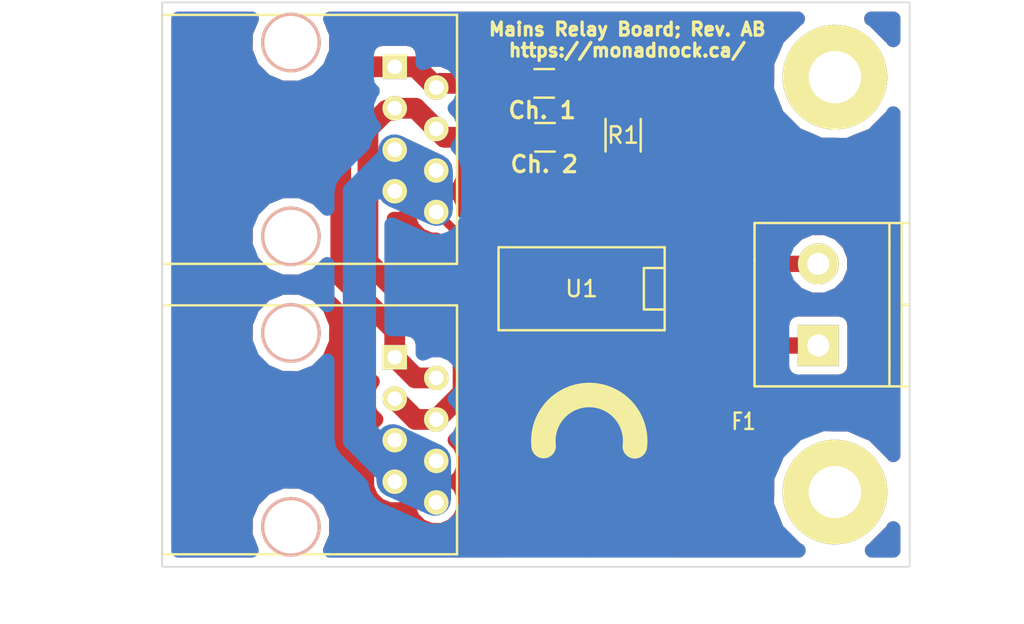
<source format=kicad_pcb>
(kicad_pcb (version 4) (host pcbnew 4.0.4-stable)

  (general
    (links 22)
    (no_connects 0)
    (area 104.164001 82.401 169.885715 123.096012)
    (thickness 1.6)
    (drawings 10)
    (tracks 65)
    (zones 0)
    (modules 11)
    (nets 12)
  )

  (page USLetter)
  (title_block
    (title "Mains Relay Board")
    (date 2016-09-24)
    (rev "Rev. AB")
    (company "Shawn Nock <nock@nocko.se>")
  )

  (layers
    (0 F.Cu signal)
    (31 B.Cu signal)
    (32 B.Adhes user)
    (33 F.Adhes user)
    (34 B.Paste user)
    (35 F.Paste user)
    (36 B.SilkS user)
    (37 F.SilkS user)
    (38 B.Mask user)
    (39 F.Mask user)
    (40 Dwgs.User user)
    (41 Cmts.User user)
    (42 Eco1.User user)
    (43 Eco2.User user hide)
    (44 Edge.Cuts user)
    (45 Margin user)
    (46 B.CrtYd user)
    (47 F.CrtYd user)
    (48 B.Fab user)
    (49 F.Fab user hide)
  )

  (setup
    (last_trace_width 0.254)
    (trace_clearance 0.254)
    (zone_clearance 0.508)
    (zone_45_only no)
    (trace_min 0.1524)
    (segment_width 0.2)
    (edge_width 0.1)
    (via_size 0.6858)
    (via_drill 0.3302)
    (via_min_size 0.6858)
    (via_min_drill 0.3302)
    (uvia_size 0.3)
    (uvia_drill 0.1)
    (uvias_allowed no)
    (uvia_min_size 0)
    (uvia_min_drill 0)
    (pcb_text_width 0.3)
    (pcb_text_size 1.5 1.5)
    (mod_edge_width 0.15)
    (mod_text_size 1 1)
    (mod_text_width 0.15)
    (pad_size 1.5 1.5)
    (pad_drill 0.6)
    (pad_to_mask_clearance 0)
    (aux_axis_origin 0 0)
    (visible_elements FFFFFF7F)
    (pcbplotparams
      (layerselection 0x00000_80000001)
      (usegerberextensions true)
      (excludeedgelayer true)
      (linewidth 0.100000)
      (plotframeref false)
      (viasonmask false)
      (mode 1)
      (useauxorigin false)
      (hpglpennumber 1)
      (hpglpenspeed 20)
      (hpglpendiameter 15)
      (hpglpenoverlay 2)
      (psnegative false)
      (psa4output false)
      (plotreference true)
      (plotvalue true)
      (plotinvisibletext false)
      (padsonsilk false)
      (subtractmaskfromsilk false)
      (outputformat 1)
      (mirror false)
      (drillshape 0)
      (scaleselection 1)
      (outputdirectory gerbers/))
  )

  (net 0 "")
  (net 1 "Net-(F1-Pad1)")
  (net 2 "Net-(F1-Pad2)")
  (net 3 "Net-(JP1-Pad2)")
  (net 4 "Net-(P1-Pad2)")
  (net 5 "Net-(R1-Pad1)")
  (net 6 "Net-(U1-Pad1)")
  (net 7 "Net-(U1-Pad4)")
  (net 8 "Net-(U1-Pad5)")
  (net 9 /GND_CHAN2)
  (net 10 /GND_CHAN1)
  (net 11 +12V)

  (net_class Default "This is the default net class."
    (clearance 0.254)
    (trace_width 0.254)
    (via_dia 0.6858)
    (via_drill 0.3302)
    (uvia_dia 0.3)
    (uvia_drill 0.1)
    (add_net "Net-(U1-Pad1)")
    (add_net "Net-(U1-Pad4)")
    (add_net "Net-(U1-Pad5)")
  )

  (net_class "120V @ 1A" ""
    (clearance 0.254)
    (trace_width 1)
    (via_dia 0.6858)
    (via_drill 0.3302)
    (uvia_dia 0.3)
    (uvia_drill 0.1)
    (add_net "Net-(F1-Pad1)")
    (add_net "Net-(F1-Pad2)")
    (add_net "Net-(P1-Pad2)")
  )

  (net_class "12V @ 1A" ""
    (clearance 0.254)
    (trace_width 1.27)
    (via_dia 0.6858)
    (via_drill 0.3302)
    (uvia_dia 0.3)
    (uvia_drill 0.1)
    (add_net +12V)
    (add_net /GND_CHAN1)
    (add_net /GND_CHAN2)
  )

  (net_class "12V @ 50mA" ""
    (clearance 0.254)
    (trace_width 0.508)
    (via_dia 0.6858)
    (via_drill 0.3302)
    (uvia_dia 0.3)
    (uvia_drill 0.1)
    (add_net "Net-(JP1-Pad2)")
    (add_net "Net-(R1-Pad1)")
  )

  (module Connect:RJ45_8 (layer F.Cu) (tedit 583DC48B) (tstamp 57D8447D)
    (at 122.174 91.44 270)
    (tags RJ45)
    (path /57BDFAF9)
    (fp_text reference J1 (at 0.254 0.254 360) (layer F.SilkS) hide
      (effects (font (size 1 1) (thickness 0.15)))
    )
    (fp_text value RJ45 (at 0.14224 -0.1016 270) (layer F.Fab)
      (effects (font (size 1 1) (thickness 0.15)))
    )
    (fp_line (start -7.62 7.874) (end 7.62 7.874) (layer F.SilkS) (width 0.15))
    (fp_line (start 7.62 7.874) (end 7.62 -10.16) (layer F.SilkS) (width 0.15))
    (fp_line (start 7.62 -10.16) (end -7.62 -10.16) (layer F.SilkS) (width 0.15))
    (fp_line (start -7.62 -10.16) (end -7.62 7.874) (layer F.SilkS) (width 0.15))
    (pad Hole np_thru_hole circle (at 5.93852 0 270) (size 3.64998 3.64998) (drill 3.2512) (layers *.Cu *.SilkS *.Mask))
    (pad Hole np_thru_hole circle (at -5.9309 0 270) (size 3.64998 3.64998) (drill 3.2512) (layers *.Cu *.SilkS *.Mask))
    (pad 1 thru_hole rect (at -4.445 -6.35 270) (size 1.50114 1.50114) (drill 0.89916) (layers *.Cu *.Mask F.SilkS)
      (net 9 /GND_CHAN2))
    (pad 2 thru_hole circle (at -3.175 -8.89 270) (size 1.50114 1.50114) (drill 0.89916) (layers *.Cu *.Mask F.SilkS)
      (net 9 /GND_CHAN2))
    (pad 3 thru_hole circle (at -1.905 -6.35 270) (size 1.50114 1.50114) (drill 0.89916) (layers *.Cu *.Mask F.SilkS)
      (net 10 /GND_CHAN1))
    (pad 4 thru_hole circle (at -0.635 -8.89 270) (size 1.50114 1.50114) (drill 0.89916) (layers *.Cu *.Mask F.SilkS)
      (net 10 /GND_CHAN1))
    (pad 5 thru_hole circle (at 0.635 -6.35 270) (size 1.50114 1.50114) (drill 0.89916) (layers *.Cu *.Mask F.SilkS)
      (net 11 +12V))
    (pad 6 thru_hole circle (at 1.905 -8.89 270) (size 1.50114 1.50114) (drill 0.89916) (layers *.Cu *.Mask F.SilkS)
      (net 11 +12V))
    (pad 7 thru_hole circle (at 3.175 -6.35 270) (size 1.50114 1.50114) (drill 0.89916) (layers *.Cu *.Mask F.SilkS)
      (net 11 +12V))
    (pad 8 thru_hole circle (at 4.445 -8.89 270) (size 1.50114 1.50114) (drill 0.89916) (layers *.Cu *.Mask F.SilkS)
      (net 11 +12V))
    (model Connect.3dshapes/RJ45_8.wrl
      (at (xyz 0 0 0))
      (scale (xyz 0.4 0.4 0.4))
      (rotate (xyz 0 0 0))
    )
  )

  (module Fuse_Holders_and_Fuses:Fuse_SMD1206_HandSoldering (layer F.Cu) (tedit 57D85B39) (tstamp 57D8446F)
    (at 149.86 108.712)
    (descr "Fuse, Sicherung, SMD1206, Littlefuse-Wickmann 433 Series, Hand Soldering,")
    (tags "Fuse, Sicherung, SMD1206,  Littlefuse-Wickmann 433 Series, Hand Soldering,")
    (path /57BDE9CC)
    (attr smd)
    (fp_text reference F1 (at 0 0) (layer F.SilkS)
      (effects (font (size 1 0.8) (thickness 0.15)))
    )
    (fp_text value "125V @ 1A" (at -0.14986 2.49936) (layer F.Fab)
      (effects (font (size 1 1) (thickness 0.15)))
    )
    (pad 1 smd rect (at -2.08534 0 90) (size 2.02946 2.65176) (layers F.Cu F.Paste F.Mask)
      (net 1 "Net-(F1-Pad1)"))
    (pad 2 smd rect (at 2.08534 0 90) (size 2.02946 2.65176) (layers F.Cu F.Paste F.Mask)
      (net 2 "Net-(F1-Pad2)"))
  )

  (module Connect:RJ45_8 (layer F.Cu) (tedit 583DC48E) (tstamp 57D8448B)
    (at 122.174 109.22 270)
    (tags RJ45)
    (path /57BDF108)
    (fp_text reference J2 (at 0 0.254 360) (layer F.SilkS) hide
      (effects (font (size 1 1) (thickness 0.15)))
    )
    (fp_text value RJ45 (at 0.14224 -0.1016 270) (layer F.Fab)
      (effects (font (size 1 1) (thickness 0.15)))
    )
    (fp_line (start -7.62 7.874) (end 7.62 7.874) (layer F.SilkS) (width 0.15))
    (fp_line (start 7.62 7.874) (end 7.62 -10.16) (layer F.SilkS) (width 0.15))
    (fp_line (start 7.62 -10.16) (end -7.62 -10.16) (layer F.SilkS) (width 0.15))
    (fp_line (start -7.62 -10.16) (end -7.62 7.874) (layer F.SilkS) (width 0.15))
    (pad Hole np_thru_hole circle (at 5.93852 0 270) (size 3.64998 3.64998) (drill 3.2512) (layers *.Cu *.SilkS *.Mask))
    (pad Hole np_thru_hole circle (at -5.9309 0 270) (size 3.64998 3.64998) (drill 3.2512) (layers *.Cu *.SilkS *.Mask))
    (pad 1 thru_hole rect (at -4.445 -6.35 270) (size 1.50114 1.50114) (drill 0.89916) (layers *.Cu *.Mask F.SilkS)
      (net 9 /GND_CHAN2))
    (pad 2 thru_hole circle (at -3.175 -8.89 270) (size 1.50114 1.50114) (drill 0.89916) (layers *.Cu *.Mask F.SilkS)
      (net 9 /GND_CHAN2))
    (pad 3 thru_hole circle (at -1.905 -6.35 270) (size 1.50114 1.50114) (drill 0.89916) (layers *.Cu *.Mask F.SilkS)
      (net 10 /GND_CHAN1))
    (pad 4 thru_hole circle (at -0.635 -8.89 270) (size 1.50114 1.50114) (drill 0.89916) (layers *.Cu *.Mask F.SilkS)
      (net 10 /GND_CHAN1))
    (pad 5 thru_hole circle (at 0.635 -6.35 270) (size 1.50114 1.50114) (drill 0.89916) (layers *.Cu *.Mask F.SilkS)
      (net 11 +12V))
    (pad 6 thru_hole circle (at 1.905 -8.89 270) (size 1.50114 1.50114) (drill 0.89916) (layers *.Cu *.Mask F.SilkS)
      (net 11 +12V))
    (pad 7 thru_hole circle (at 3.175 -6.35 270) (size 1.50114 1.50114) (drill 0.89916) (layers *.Cu *.Mask F.SilkS)
      (net 11 +12V))
    (pad 8 thru_hole circle (at 4.445 -8.89 270) (size 1.50114 1.50114) (drill 0.89916) (layers *.Cu *.Mask F.SilkS)
      (net 11 +12V))
    (model Connect.3dshapes/RJ45_8.wrl
      (at (xyz 0 0 0))
      (scale (xyz 0.4 0.4 0.4))
      (rotate (xyz 0 0 0))
    )
  )

  (module Resistors_SMD:R_0805_HandSoldering (layer F.Cu) (tedit 57D85B2F) (tstamp 57D84491)
    (at 137.668 88.011)
    (descr "Resistor SMD 0805, hand soldering")
    (tags "resistor 0805")
    (path /57BDF914)
    (attr smd)
    (fp_text reference JP1 (at 0 -2.1) (layer F.SilkS) hide
      (effects (font (size 1 1) (thickness 0.15)))
    )
    (fp_text value Jumper_NO_Small (at 0 2.1) (layer F.Fab)
      (effects (font (size 1 1) (thickness 0.15)))
    )
    (fp_line (start -2.4 -1) (end 2.4 -1) (layer F.CrtYd) (width 0.05))
    (fp_line (start -2.4 1) (end 2.4 1) (layer F.CrtYd) (width 0.05))
    (fp_line (start -2.4 -1) (end -2.4 1) (layer F.CrtYd) (width 0.05))
    (fp_line (start 2.4 -1) (end 2.4 1) (layer F.CrtYd) (width 0.05))
    (fp_line (start 0.6 0.875) (end -0.6 0.875) (layer F.SilkS) (width 0.15))
    (fp_line (start -0.6 -0.875) (end 0.6 -0.875) (layer F.SilkS) (width 0.15))
    (pad 1 smd rect (at -1.35 0) (size 1.5 1.3) (layers F.Cu F.Paste F.Mask)
      (net 9 /GND_CHAN2))
    (pad 2 smd rect (at 1.35 0) (size 1.5 1.3) (layers F.Cu F.Paste F.Mask)
      (net 3 "Net-(JP1-Pad2)"))
    (model Resistors_SMD.3dshapes/R_0805_HandSoldering.wrl
      (at (xyz 0 0 0))
      (scale (xyz 1 1 1))
      (rotate (xyz 0 0 0))
    )
  )

  (module Resistors_SMD:R_0805_HandSoldering (layer F.Cu) (tedit 57D85AEE) (tstamp 57D84497)
    (at 137.715 91.313)
    (descr "Resistor SMD 0805, hand soldering")
    (tags "resistor 0805")
    (path /57BDF8D3)
    (attr smd)
    (fp_text reference JP2 (at 0 -2.1) (layer F.SilkS) hide
      (effects (font (size 1 1) (thickness 0.15)))
    )
    (fp_text value Jumper_NO_Small (at 0 2.1) (layer F.Fab)
      (effects (font (size 1 1) (thickness 0.15)))
    )
    (fp_line (start -2.4 -1) (end 2.4 -1) (layer F.CrtYd) (width 0.05))
    (fp_line (start -2.4 1) (end 2.4 1) (layer F.CrtYd) (width 0.05))
    (fp_line (start -2.4 -1) (end -2.4 1) (layer F.CrtYd) (width 0.05))
    (fp_line (start 2.4 -1) (end 2.4 1) (layer F.CrtYd) (width 0.05))
    (fp_line (start 0.6 0.875) (end -0.6 0.875) (layer F.SilkS) (width 0.15))
    (fp_line (start -0.6 -0.875) (end 0.6 -0.875) (layer F.SilkS) (width 0.15))
    (pad 1 smd rect (at -1.35 0) (size 1.5 1.3) (layers F.Cu F.Paste F.Mask)
      (net 10 /GND_CHAN1))
    (pad 2 smd rect (at 1.35 0) (size 1.5 1.3) (layers F.Cu F.Paste F.Mask)
      (net 3 "Net-(JP1-Pad2)"))
    (model Resistors_SMD.3dshapes/R_0805_HandSoldering.wrl
      (at (xyz 0 0 0))
      (scale (xyz 1 1 1))
      (rotate (xyz 0 0 0))
    )
  )

  (module Resistors_SMD:R_1206_HandSoldering (layer F.Cu) (tedit 5418A20D) (tstamp 57D844C1)
    (at 142.494 91.186 90)
    (descr "Resistor SMD 1206, hand soldering")
    (tags "resistor 1206")
    (path /57BDED0B)
    (attr smd)
    (fp_text reference R1 (at 0 0 180) (layer F.SilkS)
      (effects (font (size 1 1) (thickness 0.15)))
    )
    (fp_text value 360 (at 0 2.3 90) (layer F.Fab)
      (effects (font (size 1 1) (thickness 0.15)))
    )
    (fp_line (start -3.3 -1.2) (end 3.3 -1.2) (layer F.CrtYd) (width 0.05))
    (fp_line (start -3.3 1.2) (end 3.3 1.2) (layer F.CrtYd) (width 0.05))
    (fp_line (start -3.3 -1.2) (end -3.3 1.2) (layer F.CrtYd) (width 0.05))
    (fp_line (start 3.3 -1.2) (end 3.3 1.2) (layer F.CrtYd) (width 0.05))
    (fp_line (start 1 1.075) (end -1 1.075) (layer F.SilkS) (width 0.15))
    (fp_line (start -1 -1.075) (end 1 -1.075) (layer F.SilkS) (width 0.15))
    (pad 1 smd rect (at -2 0 90) (size 2 1.7) (layers F.Cu F.Paste F.Mask)
      (net 5 "Net-(R1-Pad1)"))
    (pad 2 smd rect (at 2 0 90) (size 2 1.7) (layers F.Cu F.Paste F.Mask)
      (net 3 "Net-(JP1-Pad2)"))
    (model Resistors_SMD.3dshapes/R_1206_HandSoldering.wrl
      (at (xyz 0 0 0))
      (scale (xyz 1 1 1))
      (rotate (xyz 0 0 0))
    )
  )

  (module SMD_Packages:DIP-8_SMD (layer F.Cu) (tedit 0) (tstamp 57D844CD)
    (at 139.954 100.584 180)
    (descr "DIP-8_300 smd shape")
    (tags "smd cms 8dip")
    (path /57BDE7BB)
    (attr smd)
    (fp_text reference U1 (at 0 0 180) (layer F.SilkS)
      (effects (font (size 1 1) (thickness 0.15)))
    )
    (fp_text value AQH3223A (at 0 0.762 180) (layer F.Fab)
      (effects (font (size 1 1) (thickness 0.15)))
    )
    (fp_line (start -5.08 -2.54) (end -5.08 2.54) (layer F.SilkS) (width 0.15))
    (fp_line (start -5.08 2.54) (end 5.08 2.54) (layer F.SilkS) (width 0.15))
    (fp_line (start 5.08 2.54) (end 5.08 -2.54) (layer F.SilkS) (width 0.15))
    (fp_line (start 5.08 -2.54) (end -5.08 -2.54) (layer F.SilkS) (width 0.15))
    (fp_line (start -5.08 -1.27) (end -3.81 -1.27) (layer F.SilkS) (width 0.15))
    (fp_line (start -3.81 -1.27) (end -3.81 1.27) (layer F.SilkS) (width 0.15))
    (fp_line (start -3.81 1.27) (end -5.08 1.27) (layer F.SilkS) (width 0.15))
    (pad 1 smd rect (at -3.81 3.81 180) (size 1.524 2.032) (layers F.Cu F.Paste F.Mask)
      (net 6 "Net-(U1-Pad1)"))
    (pad 2 smd rect (at -1.27 3.81 180) (size 1.524 2.032) (layers F.Cu F.Paste F.Mask)
      (net 11 +12V))
    (pad 3 smd rect (at 1.27 3.81 180) (size 1.524 2.032) (layers F.Cu F.Paste F.Mask)
      (net 5 "Net-(R1-Pad1)"))
    (pad 4 smd rect (at 3.81 3.81 180) (size 1.524 2.032) (layers F.Cu F.Paste F.Mask)
      (net 7 "Net-(U1-Pad4)"))
    (pad 5 smd rect (at 3.81 -3.81 180) (size 1.524 2.032) (layers F.Cu F.Paste F.Mask)
      (net 8 "Net-(U1-Pad5)"))
    (pad 6 smd rect (at 1.27 -3.81 180) (size 1.524 2.032) (layers F.Cu F.Paste F.Mask)
      (net 4 "Net-(P1-Pad2)"))
    (pad 7 smd rect (at -1.27 -3.81 180) (size 1.524 2.032) (layers F.Cu F.Paste F.Mask))
    (pad 8 smd rect (at -3.81 -3.81 180) (size 1.524 2.032) (layers F.Cu F.Paste F.Mask)
      (net 1 "Net-(F1-Pad1)"))
    (model SMD_Packages.3dshapes/DIP-8_SMD.wrl
      (at (xyz 0 0 0))
      (scale (xyz 1 0.5 0.8))
      (rotate (xyz 0 0 0))
    )
  )

  (module nocko:TerminalBlock_Pheonix_PT-5mm_2pol (layer F.Cu) (tedit 583DC47A) (tstamp 57D85A6F)
    (at 154.432 104.06 90)
    (descr "2-way 5mm pitch terminal block, Phoenix PT series")
    (path /57BDE92E)
    (fp_text reference P1 (at 2.46 3.048 180) (layer F.SilkS) hide
      (effects (font (size 1 1) (thickness 0.15)))
    )
    (fp_text value "Barrier Strip >= 250V" (at 1.75 10.3 90) (layer F.Fab)
      (effects (font (size 1 1) (thickness 0.15)))
    )
    (fp_line (start -2.5 5.1) (end -2.5 5.5) (layer F.SilkS) (width 0.15))
    (fp_line (start -2.5 5.1) (end -1 5.1) (layer F.SilkS) (width 0.15))
    (fp_line (start -2.5 4.5) (end -2.5 5.1) (layer F.SilkS) (width 0.15))
    (fp_line (start -1 4.35) (end -2.5 4.35) (layer F.SilkS) (width 0.15))
    (fp_line (start 6 5.1) (end 7.5 5.1) (layer F.SilkS) (width 0.15))
    (fp_line (start 6 4.35) (end 7.5 4.35) (layer F.SilkS) (width 0.15))
    (fp_line (start 7.5 5) (end 7.5 5.5) (layer F.SilkS) (width 0.15))
    (fp_line (start 7.5 -3.9) (end 5.2 -3.9) (layer F.SilkS) (width 0.15))
    (fp_line (start 7.5 -2.6) (end 7.5 -3.9) (layer F.SilkS) (width 0.15))
    (fp_line (start -2.5 -3.9) (end -1.8 -3.9) (layer F.SilkS) (width 0.15))
    (fp_line (start -2.5 -3.1) (end -2.5 -3.9) (layer F.SilkS) (width 0.15))
    (fp_line (start -1.9 -3.3) (end 5.4 -3.3) (layer F.CrtYd) (width 0.05))
    (fp_line (start -2.5 5) (end -2.5 -3) (layer F.CrtYd) (width 0.05))
    (fp_line (start 5.4 4.7) (end -1.9 4.7) (layer F.CrtYd) (width 0.05))
    (fp_line (start 7.4 -2.8) (end 7.4 5.2) (layer F.CrtYd) (width 0.05))
    (fp_line (start 2.5 5.1) (end 2.5 5.5) (layer F.SilkS) (width 0.15))
    (fp_line (start -1 4.35) (end 6 4.35) (layer F.SilkS) (width 0.15))
    (fp_line (start -1 5.1) (end 6 5.1) (layer F.SilkS) (width 0.15))
    (fp_line (start -2.5 -3.1) (end -2.5 4.5) (layer F.SilkS) (width 0.15))
    (fp_line (start 7.5 5) (end 7.5 -2.6) (layer F.SilkS) (width 0.15))
    (fp_line (start 5.25 -3.9) (end -1.75 -3.9) (layer F.SilkS) (width 0.15))
    (pad 2 thru_hole circle (at 5 0 90) (size 2.5 2.5) (drill 1.35) (layers *.Cu *.Mask F.SilkS)
      (net 4 "Net-(P1-Pad2)"))
    (pad 1 thru_hole rect (at 0 0 90) (size 2.5 2.5) (drill 1.35) (layers *.Cu *.Mask F.SilkS)
      (net 2 "Net-(F1-Pad2)"))
    (model Terminal_Blocks.3dshapes/TerminalBlock_Pheonix_PT-3.5mm_2pol.wrl
      (at (xyz 0 0 0))
      (scale (xyz 1 1 1))
      (rotate (xyz 0 0 0))
    )
  )

  (module escape-canada:escape-canada-lock (layer F.Cu) (tedit 57D8585C) (tstamp 57D86002)
    (at 140.462 113.157)
    (fp_text reference G*** (at 0 0) (layer F.SilkS) hide
      (effects (font (thickness 0.3)))
    )
    (fp_text value LOGO (at 0.75 0) (layer F.SilkS) hide
      (effects (font (thickness 0.3)))
    )
    (fp_arc (start -0.04 -3.26) (end -2.83 -2.94) (angle 193.4) (layer F.SilkS) (width 1.5))
    (fp_poly (pts (xy -4.435877 -3.432986) (xy -4.349535 -3.412512) (xy -4.217639 -3.378295) (xy -4.047882 -3.332388)
      (xy -3.847957 -3.276848) (xy -3.625555 -3.213728) (xy -3.558627 -3.194494) (xy -3.318115 -3.125182)
      (xy -3.03022 -3.042218) (xy -2.708576 -2.94953) (xy -2.366818 -2.851049) (xy -2.018581 -2.750702)
      (xy -1.677498 -2.652419) (xy -1.369363 -2.563632) (xy -0.07555 -2.190832) (xy -0.07555 -1.036916)
      (xy -0.076181 -0.773425) (xy -0.077976 -0.531176) (xy -0.080791 -0.317206) (xy -0.084479 -0.13855)
      (xy -0.088895 -0.002244) (xy -0.093894 0.084675) (xy -0.09933 0.115172) (xy -0.099363 0.115171)
      (xy -0.135462 0.102187) (xy -0.218364 0.067768) (xy -0.337013 0.016637) (xy -0.480348 -0.046486)
      (xy -0.535925 -0.071263) (xy -0.948675 -0.255869) (xy -0.980425 -1.422585) (xy -2.23455 -1.811407)
      (xy -2.504767 -1.895016) (xy -2.756138 -1.972473) (xy -2.982193 -2.041808) (xy -3.176462 -2.10105)
      (xy -3.332472 -2.148229) (xy -3.443755 -2.181376) (xy -3.503838 -2.198519) (xy -3.512488 -2.200489)
      (xy -3.518844 -2.170194) (xy -3.52456 -2.084688) (xy -3.5294 -1.952261) (xy -3.533128 -1.781201)
      (xy -3.535506 -1.579796) (xy -3.5363 -1.366461) (xy -3.5363 -0.532172) (xy -3.052113 -0.412749)
      (xy -2.685763 -0.321623) (xy -2.369136 -0.24126) (xy -2.104125 -0.172179) (xy -1.892624 -0.1149)
      (xy -1.736529 -0.06994) (xy -1.637733 -0.037817) (xy -1.598131 -0.019052) (xy -1.599878 -0.015183)
      (xy -1.641352 -0.006786) (xy -1.737497 0.0099) (xy -1.880214 0.033556) (xy -2.061405 0.062864)
      (xy -2.27297 0.096505) (xy -2.506812 0.13316) (xy -2.59812 0.147341) (xy -3.552175 0.295136)
      (xy -3.569027 2.118704) (xy -3.497101 2.102971) (xy -3.449852 2.093925) (xy -3.350219 2.075762)
      (xy -3.206477 2.049939) (xy -3.026901 2.017913) (xy -2.819766 1.98114) (xy -2.593345 1.941078)
      (xy -2.355915 1.899183) (xy -2.115749 1.856911) (xy -1.881123 1.815719) (xy -1.660311 1.777064)
      (xy -1.461587 1.742402) (xy -1.293226 1.71319) (xy -1.163504 1.690885) (xy -1.080694 1.676943)
      (xy -1.05317 1.67275) (xy -1.046395 1.642777) (xy -1.038068 1.559882) (xy -1.028986 1.434597)
      (xy -1.019945 1.277459) (xy -1.014183 1.156812) (xy -1.00529 0.982005) (xy -0.995279 0.82999)
      (xy -0.985063 0.711864) (xy -0.975556 0.638727) (xy -0.970078 0.620457) (xy -0.933039 0.603943)
      (xy -0.847492 0.57369) (xy -0.725845 0.533881) (xy -0.580508 0.488698) (xy -0.567675 0.484809)
      (xy -0.417028 0.439208) (xy -0.285015 0.399176) (xy -0.185471 0.368914) (xy -0.132234 0.352623)
      (xy -0.131113 0.352274) (xy -0.116042 0.350847) (xy -0.103964 0.361077) (xy -0.094551 0.389149)
      (xy -0.087472 0.44125) (xy -0.082399 0.523565) (xy -0.079002 0.64228) (xy -0.076951 0.80358)
      (xy -0.075917 1.013651) (xy -0.07557 1.278679) (xy -0.07555 1.395434) (xy -0.075551 2.455898)
      (xy -2.115488 2.908613) (xy -2.471033 2.987538) (xy -2.81244 3.063365) (xy -3.133963 3.134815)
      (xy -3.42986 3.20061) (xy -3.694387 3.259472) (xy -3.921799 3.310121) (xy -4.106353 3.351281)
      (xy -4.242306 3.381673) (xy -4.323912 3.400018) (xy -4.337988 3.403223) (xy -4.52055 3.445118)
      (xy -4.52055 1.941948) (xy -4.520614 1.594295) (xy -4.520954 1.304742) (xy -4.521796 1.067893)
      (xy -4.523365 0.878347) (xy -4.525885 0.730705) (xy -4.529583 0.61957) (xy -4.534682 0.539543)
      (xy -4.541409 0.485223) (xy -4.549987 0.451214) (xy -4.560643 0.432116) (xy -4.573601 0.42253)
      (xy -4.58405 0.418625) (xy -4.61088 0.405642) (xy -4.628885 0.379519) (xy -4.639806 0.329191)
      (xy -4.645386 0.243593) (xy -4.647365 0.11166) (xy -4.647551 0.015173) (xy -4.645964 -0.155328)
      (xy -4.640409 -0.272734) (xy -4.629694 -0.347389) (xy -4.612629 -0.38964) (xy -4.59935 -0.403375)
      (xy -4.587785 -0.419273) (xy -4.577701 -0.452293) (xy -4.568819 -0.507625) (xy -4.560861 -0.590458)
      (xy -4.553549 -0.705982) (xy -4.546606 -0.859385) (xy -4.539752 -1.055858) (xy -4.532709 -1.300589)
      (xy -4.525201 -1.598769) (xy -4.517509 -1.930696) (xy -4.510408 -2.232297) (xy -4.503194 -2.514112)
      (xy -4.496068 -2.76986) (xy -4.489233 -2.993259) (xy -4.48289 -3.178027) (xy -4.477242 -3.317884)
      (xy -4.472492 -3.406547) (xy -4.468974 -3.437661) (xy -4.435877 -3.432986)) (layer F.Cu) (width 0.01))
    (fp_poly (pts (xy -4.435877 -3.432986) (xy -4.349535 -3.412512) (xy -4.217639 -3.378295) (xy -4.047882 -3.332388)
      (xy -3.847957 -3.276848) (xy -3.625555 -3.213728) (xy -3.558627 -3.194494) (xy -3.318115 -3.125182)
      (xy -3.03022 -3.042218) (xy -2.708576 -2.94953) (xy -2.366818 -2.851049) (xy -2.018581 -2.750702)
      (xy -1.677498 -2.652419) (xy -1.369363 -2.563632) (xy -0.07555 -2.190832) (xy -0.07555 -1.036916)
      (xy -0.076181 -0.773425) (xy -0.077976 -0.531176) (xy -0.080791 -0.317206) (xy -0.084479 -0.13855)
      (xy -0.088895 -0.002244) (xy -0.093894 0.084675) (xy -0.09933 0.115172) (xy -0.099363 0.115171)
      (xy -0.135462 0.102187) (xy -0.218364 0.067768) (xy -0.337013 0.016637) (xy -0.480348 -0.046486)
      (xy -0.535925 -0.071263) (xy -0.948675 -0.255869) (xy -0.980425 -1.422585) (xy -2.23455 -1.811407)
      (xy -2.504767 -1.895016) (xy -2.756138 -1.972473) (xy -2.982193 -2.041808) (xy -3.176462 -2.10105)
      (xy -3.332472 -2.148229) (xy -3.443755 -2.181376) (xy -3.503838 -2.198519) (xy -3.512488 -2.200489)
      (xy -3.518844 -2.170194) (xy -3.52456 -2.084688) (xy -3.5294 -1.952261) (xy -3.533128 -1.781201)
      (xy -3.535506 -1.579796) (xy -3.5363 -1.366461) (xy -3.5363 -0.532172) (xy -3.052113 -0.412749)
      (xy -2.685763 -0.321623) (xy -2.369136 -0.24126) (xy -2.104125 -0.172179) (xy -1.892624 -0.1149)
      (xy -1.736529 -0.06994) (xy -1.637733 -0.037817) (xy -1.598131 -0.019052) (xy -1.599878 -0.015183)
      (xy -1.641352 -0.006786) (xy -1.737497 0.0099) (xy -1.880214 0.033556) (xy -2.061405 0.062864)
      (xy -2.27297 0.096505) (xy -2.506812 0.13316) (xy -2.59812 0.147341) (xy -3.552175 0.295136)
      (xy -3.569027 2.118704) (xy -3.497101 2.102971) (xy -3.449852 2.093925) (xy -3.350219 2.075762)
      (xy -3.206477 2.049939) (xy -3.026901 2.017913) (xy -2.819766 1.98114) (xy -2.593345 1.941078)
      (xy -2.355915 1.899183) (xy -2.115749 1.856911) (xy -1.881123 1.815719) (xy -1.660311 1.777064)
      (xy -1.461587 1.742402) (xy -1.293226 1.71319) (xy -1.163504 1.690885) (xy -1.080694 1.676943)
      (xy -1.05317 1.67275) (xy -1.046395 1.642777) (xy -1.038068 1.559882) (xy -1.028986 1.434597)
      (xy -1.019945 1.277459) (xy -1.014183 1.156812) (xy -1.00529 0.982005) (xy -0.995279 0.82999)
      (xy -0.985063 0.711864) (xy -0.975556 0.638727) (xy -0.970078 0.620457) (xy -0.933039 0.603943)
      (xy -0.847492 0.57369) (xy -0.725845 0.533881) (xy -0.580508 0.488698) (xy -0.567675 0.484809)
      (xy -0.417028 0.439208) (xy -0.285015 0.399176) (xy -0.185471 0.368914) (xy -0.132234 0.352623)
      (xy -0.131113 0.352274) (xy -0.116042 0.350847) (xy -0.103964 0.361077) (xy -0.094551 0.389149)
      (xy -0.087472 0.44125) (xy -0.082399 0.523565) (xy -0.079002 0.64228) (xy -0.076951 0.80358)
      (xy -0.075917 1.013651) (xy -0.07557 1.278679) (xy -0.07555 1.395434) (xy -0.075551 2.455898)
      (xy -2.115488 2.908613) (xy -2.471033 2.987538) (xy -2.81244 3.063365) (xy -3.133963 3.134815)
      (xy -3.42986 3.20061) (xy -3.694387 3.259472) (xy -3.921799 3.310121) (xy -4.106353 3.351281)
      (xy -4.242306 3.381673) (xy -4.323912 3.400018) (xy -4.337988 3.403223) (xy -4.52055 3.445118)
      (xy -4.52055 1.941948) (xy -4.520614 1.594295) (xy -4.520954 1.304742) (xy -4.521796 1.067893)
      (xy -4.523365 0.878347) (xy -4.525885 0.730705) (xy -4.529583 0.61957) (xy -4.534682 0.539543)
      (xy -4.541409 0.485223) (xy -4.549987 0.451214) (xy -4.560643 0.432116) (xy -4.573601 0.42253)
      (xy -4.58405 0.418625) (xy -4.61088 0.405642) (xy -4.628885 0.379519) (xy -4.639806 0.329191)
      (xy -4.645386 0.243593) (xy -4.647365 0.11166) (xy -4.647551 0.015173) (xy -4.645964 -0.155328)
      (xy -4.640409 -0.272734) (xy -4.629694 -0.347389) (xy -4.612629 -0.38964) (xy -4.59935 -0.403375)
      (xy -4.587785 -0.419273) (xy -4.577701 -0.452293) (xy -4.568819 -0.507625) (xy -4.560861 -0.590458)
      (xy -4.553549 -0.705982) (xy -4.546606 -0.859385) (xy -4.539752 -1.055858) (xy -4.532709 -1.300589)
      (xy -4.525201 -1.598769) (xy -4.517509 -1.930696) (xy -4.510408 -2.232297) (xy -4.503194 -2.514112)
      (xy -4.496068 -2.76986) (xy -4.489233 -2.993259) (xy -4.48289 -3.178027) (xy -4.477242 -3.317884)
      (xy -4.472492 -3.406547) (xy -4.468974 -3.437661) (xy -4.435877 -3.432986)) (layer F.Mask) (width 0.01))
    (fp_poly (pts (xy 4.469229 -3.427404) (xy 4.47293 -3.393606) (xy 4.477697 -3.302603) (xy 4.483329 -3.160679)
      (xy 4.489627 -2.974116) (xy 4.49639 -2.749199) (xy 4.503418 -2.49221) (xy 4.510512 -2.209431)
      (xy 4.517169 -1.920896) (xy 4.525192 -1.568578) (xy 4.532502 -1.274533) (xy 4.539378 -1.033544)
      (xy 4.546098 -0.84039) (xy 4.552942 -0.689854) (xy 4.560188 -0.576717) (xy 4.568117 -0.49576)
      (xy 4.577007 -0.441764) (xy 4.587137 -0.409511) (xy 4.598786 -0.393782) (xy 4.59885 -0.393735)
      (xy 4.620313 -0.365821) (xy 4.63468 -0.312279) (xy 4.643167 -0.222651) (xy 4.646989 -0.086482)
      (xy 4.64755 0.025173) (xy 4.646801 0.187392) (xy 4.643402 0.297175) (xy 4.63562 0.365579)
      (xy 4.621722 0.403662) (xy 4.599975 0.422481) (xy 4.584356 0.428527) (xy 4.56971 0.434817)
      (xy 4.55748 0.447172) (xy 4.547412 0.470998) (xy 4.539251 0.511702) (xy 4.532743 0.574689)
      (xy 4.527634 0.665365) (xy 4.52367 0.789136) (xy 4.520596 0.951407) (xy 4.518157 1.157586)
      (xy 4.516101 1.413077) (xy 4.514171 1.723287) (xy 4.512919 1.947096) (xy 4.504675 3.445607)
      (xy 2.290112 2.956214) (xy 0.075549 2.466822) (xy 0.07555 1.405896) (xy 0.075721 1.118226)
      (xy 0.076453 0.887871) (xy 0.078077 0.708647) (xy 0.080921 0.574367) (xy 0.085314 0.478848)
      (xy 0.091587 0.415904) (xy 0.100067 0.379351) (xy 0.111084 0.363004) (xy 0.124968 0.360679)
      (xy 0.131112 0.3622) (xy 0.181874 0.377662) (xy 0.279607 0.407209) (xy 0.410465 0.44666)
      (xy 0.560601 0.491836) (xy 0.567675 0.493963) (xy 0.714473 0.539212) (xy 0.8386 0.57958)
      (xy 0.927636 0.61088) (xy 0.969159 0.62892) (xy 0.970077 0.629685) (xy 0.978611 0.667059)
      (xy 0.988459 0.756774) (xy 0.998709 0.887711) (xy 1.008448 1.04875) (xy 1.014182 1.166812)
      (xy 1.02304 1.339705) (xy 1.03302 1.487961) (xy 1.043219 1.601044) (xy 1.052734 1.668418)
      (xy 1.058393 1.68275) (xy 1.09371 1.688079) (xy 1.183234 1.703092) (xy 1.318655 1.726324)
      (xy 1.491668 1.75631) (xy 1.693962 1.791587) (xy 1.917232 1.83069) (xy 2.153169 1.872155)
      (xy 2.393465 1.914518) (xy 2.629813 1.956315) (xy 2.853904 1.996081) (xy 3.057431 2.032353)
      (xy 3.232086 2.063665) (xy 3.369562 2.088554) (xy 3.46155 2.105556) (xy 3.4971 2.11256)
      (xy 3.569026 2.128704) (xy 3.5606 1.215695) (xy 3.552175 0.302686) (xy 2.59626 0.155496)
      (xy 2.356061 0.118271) (xy 2.135235 0.083591) (xy 1.941846 0.052759) (xy 1.783964 0.027076)
      (xy 1.669654 0.007848) (xy 1.606984 -0.003625) (xy 1.598381 -0.005682) (xy 1.617272 -0.016532)
      (xy 1.689901 -0.040598) (xy 1.808388 -0.075759) (xy 1.964851 -0.119892) (xy 2.151409 -0.170876)
      (xy 2.36018 -0.22659) (xy 2.583283 -0.284912) (xy 2.812837 -0.343719) (xy 3.040961 -0.400892)
      (xy 3.259774 -0.454307) (xy 3.306112 -0.465399) (xy 3.5363 -0.520277) (xy 3.5363 -1.355514)
      (xy 3.535434 -1.578314) (xy 3.532994 -1.778701) (xy 3.529217 -1.948391) (xy 3.524338 -2.079098)
      (xy 3.518594 -2.162541) (xy 3.512487 -2.190489) (xy 3.477982 -2.181323) (xy 3.389317 -2.155252)
      (xy 3.252964 -2.114247) (xy 3.075393 -2.060279) (xy 2.863076 -1.995316) (xy 2.622482 -1.92133)
      (xy 2.360083 -1.840291) (xy 2.23455 -1.801407) (xy 0.980425 -1.412585) (xy 0.948675 -0.245869)
      (xy 0.535925 -0.061263) (xy 0.386402 0.005022) (xy 0.257582 0.06102) (xy 0.160522 0.102006)
      (xy 0.106281 0.12326) (xy 0.099362 0.125171) (xy 0.093923 0.095025) (xy 0.088921 0.008415)
      (xy 0.084501 -0.127622) (xy 0.080809 -0.30605) (xy 0.077989 -0.519834) (xy 0.076187 -0.761936)
      (xy 0.07555 -1.025322) (xy 0.07555 -2.180779) (xy 1.591612 -2.617209) (xy 1.919209 -2.711526)
      (xy 2.252048 -2.807374) (xy 2.58035 -2.901935) (xy 2.894335 -2.992391) (xy 3.184221 -3.075924)
      (xy 3.440229 -3.149717) (xy 3.652579 -3.210952) (xy 3.780973 -3.248) (xy 3.977211 -3.303814)
      (xy 4.152278 -3.352014) (xy 4.297245 -3.390273) (xy 4.403183 -3.416264) (xy 4.461164 -3.427658)
      (xy 4.469229 -3.427404)) (layer F.Cu) (width 0.01))
    (fp_poly (pts (xy 4.469229 -3.427404) (xy 4.47293 -3.393606) (xy 4.477697 -3.302603) (xy 4.483329 -3.160679)
      (xy 4.489627 -2.974116) (xy 4.49639 -2.749199) (xy 4.503418 -2.49221) (xy 4.510512 -2.209431)
      (xy 4.517169 -1.920896) (xy 4.525192 -1.568578) (xy 4.532502 -1.274533) (xy 4.539378 -1.033544)
      (xy 4.546098 -0.84039) (xy 4.552942 -0.689854) (xy 4.560188 -0.576717) (xy 4.568117 -0.49576)
      (xy 4.577007 -0.441764) (xy 4.587137 -0.409511) (xy 4.598786 -0.393782) (xy 4.59885 -0.393735)
      (xy 4.620313 -0.365821) (xy 4.63468 -0.312279) (xy 4.643167 -0.222651) (xy 4.646989 -0.086482)
      (xy 4.64755 0.025173) (xy 4.646801 0.187392) (xy 4.643402 0.297175) (xy 4.63562 0.365579)
      (xy 4.621722 0.403662) (xy 4.599975 0.422481) (xy 4.584356 0.428527) (xy 4.56971 0.434817)
      (xy 4.55748 0.447172) (xy 4.547412 0.470998) (xy 4.539251 0.511702) (xy 4.532743 0.574689)
      (xy 4.527634 0.665365) (xy 4.52367 0.789136) (xy 4.520596 0.951407) (xy 4.518157 1.157586)
      (xy 4.516101 1.413077) (xy 4.514171 1.723287) (xy 4.512919 1.947096) (xy 4.504675 3.445607)
      (xy 2.290112 2.956214) (xy 0.075549 2.466822) (xy 0.07555 1.405896) (xy 0.075721 1.118226)
      (xy 0.076453 0.887871) (xy 0.078077 0.708647) (xy 0.080921 0.574367) (xy 0.085314 0.478848)
      (xy 0.091587 0.415904) (xy 0.100067 0.379351) (xy 0.111084 0.363004) (xy 0.124968 0.360679)
      (xy 0.131112 0.3622) (xy 0.181874 0.377662) (xy 0.279607 0.407209) (xy 0.410465 0.44666)
      (xy 0.560601 0.491836) (xy 0.567675 0.493963) (xy 0.714473 0.539212) (xy 0.8386 0.57958)
      (xy 0.927636 0.61088) (xy 0.969159 0.62892) (xy 0.970077 0.629685) (xy 0.978611 0.667059)
      (xy 0.988459 0.756774) (xy 0.998709 0.887711) (xy 1.008448 1.04875) (xy 1.014182 1.166812)
      (xy 1.02304 1.339705) (xy 1.03302 1.487961) (xy 1.043219 1.601044) (xy 1.052734 1.668418)
      (xy 1.058393 1.68275) (xy 1.09371 1.688079) (xy 1.183234 1.703092) (xy 1.318655 1.726324)
      (xy 1.491668 1.75631) (xy 1.693962 1.791587) (xy 1.917232 1.83069) (xy 2.153169 1.872155)
      (xy 2.393465 1.914518) (xy 2.629813 1.956315) (xy 2.853904 1.996081) (xy 3.057431 2.032353)
      (xy 3.232086 2.063665) (xy 3.369562 2.088554) (xy 3.46155 2.105556) (xy 3.4971 2.11256)
      (xy 3.569026 2.128704) (xy 3.5606 1.215695) (xy 3.552175 0.302686) (xy 2.59626 0.155496)
      (xy 2.356061 0.118271) (xy 2.135235 0.083591) (xy 1.941846 0.052759) (xy 1.783964 0.027076)
      (xy 1.669654 0.007848) (xy 1.606984 -0.003625) (xy 1.598381 -0.005682) (xy 1.617272 -0.016532)
      (xy 1.689901 -0.040598) (xy 1.808388 -0.075759) (xy 1.964851 -0.119892) (xy 2.151409 -0.170876)
      (xy 2.36018 -0.22659) (xy 2.583283 -0.284912) (xy 2.812837 -0.343719) (xy 3.040961 -0.400892)
      (xy 3.259774 -0.454307) (xy 3.306112 -0.465399) (xy 3.5363 -0.520277) (xy 3.5363 -1.355514)
      (xy 3.535434 -1.578314) (xy 3.532994 -1.778701) (xy 3.529217 -1.948391) (xy 3.524338 -2.079098)
      (xy 3.518594 -2.162541) (xy 3.512487 -2.190489) (xy 3.477982 -2.181323) (xy 3.389317 -2.155252)
      (xy 3.252964 -2.114247) (xy 3.075393 -2.060279) (xy 2.863076 -1.995316) (xy 2.622482 -1.92133)
      (xy 2.360083 -1.840291) (xy 2.23455 -1.801407) (xy 0.980425 -1.412585) (xy 0.948675 -0.245869)
      (xy 0.535925 -0.061263) (xy 0.386402 0.005022) (xy 0.257582 0.06102) (xy 0.160522 0.102006)
      (xy 0.106281 0.12326) (xy 0.099362 0.125171) (xy 0.093923 0.095025) (xy 0.088921 0.008415)
      (xy 0.084501 -0.127622) (xy 0.080809 -0.30605) (xy 0.077989 -0.519834) (xy 0.076187 -0.761936)
      (xy 0.07555 -1.025322) (xy 0.07555 -2.180779) (xy 1.591612 -2.617209) (xy 1.919209 -2.711526)
      (xy 2.252048 -2.807374) (xy 2.58035 -2.901935) (xy 2.894335 -2.992391) (xy 3.184221 -3.075924)
      (xy 3.440229 -3.149717) (xy 3.652579 -3.210952) (xy 3.780973 -3.248) (xy 3.977211 -3.303814)
      (xy 4.152278 -3.352014) (xy 4.297245 -3.390273) (xy 4.403183 -3.416264) (xy 4.461164 -3.427658)
      (xy 4.469229 -3.427404)) (layer F.Mask) (width 0.01))
  )

  (module Mounting_Holes:MountingHole_3.2mm_M3_Pad (layer F.Cu) (tedit 57DC422F) (tstamp 57D858D6)
    (at 155.448 87.63)
    (descr "Mounting Hole 3.2mm, M3")
    (tags "mounting hole 3.2mm m3")
    (fp_text reference REF** (at 0 -4.2) (layer F.SilkS) hide
      (effects (font (size 1 1) (thickness 0.15)))
    )
    (fp_text value MountingHole_2.2mm_M2_Pad (at 0 4.2) (layer F.Fab)
      (effects (font (size 1 1) (thickness 0.15)))
    )
    (fp_circle (center 0 0) (end 3.2 0) (layer Cmts.User) (width 0.15))
    (fp_circle (center 0 0) (end 3.45 0) (layer F.CrtYd) (width 0.05))
    (pad 1 thru_hole circle (at 0 0) (size 6.4 6.4) (drill 3.2) (layers *.Cu *.Mask F.SilkS))
  )

  (module Mounting_Holes:MountingHole_3.2mm_M3_Pad (layer F.Cu) (tedit 57DC4226) (tstamp 57D858C0)
    (at 155.448 113.03)
    (descr "Mounting Hole 3.2mm, M3")
    (tags "mounting hole 3.2mm m3")
    (fp_text reference REF** (at 0 -4.2) (layer F.SilkS) hide
      (effects (font (size 1 1) (thickness 0.15)))
    )
    (fp_text value MountingHole_2.2mm_M2_Pad (at 0 4.2) (layer F.Fab)
      (effects (font (size 1 1) (thickness 0.15)))
    )
    (fp_circle (center 0 0) (end 3.2 0) (layer Cmts.User) (width 0.15))
    (fp_circle (center 0 0) (end 3.45 0) (layer F.CrtYd) (width 0.05))
    (pad 1 thru_hole circle (at 0 0) (size 6.4 6.4) (drill 3.2) (layers *.Cu *.Mask F.SilkS))
  )

  (dimension 34.544 (width 0.3) (layer Dwgs.User)
    (gr_text "34.544 mm" (at 110.664 100.33 90) (layer Dwgs.User)
      (effects (font (size 1.5 1.5) (thickness 0.3)))
    )
    (feature1 (pts (xy 114.3 83.058) (xy 109.314 83.058)))
    (feature2 (pts (xy 114.3 117.602) (xy 109.314 117.602)))
    (crossbar (pts (xy 112.014 117.602) (xy 112.014 83.058)))
    (arrow1a (pts (xy 112.014 83.058) (xy 112.600421 84.184504)))
    (arrow1b (pts (xy 112.014 83.058) (xy 111.427579 84.184504)))
    (arrow2a (pts (xy 112.014 117.602) (xy 112.600421 116.475496)))
    (arrow2b (pts (xy 112.014 117.602) (xy 111.427579 116.475496)))
  )
  (dimension 45.7 (width 0.3) (layer Dwgs.User)
    (gr_text "45.700 mm" (at 137.150181 121.745011 0.002507473938) (layer Dwgs.User)
      (effects (font (size 1.5 1.5) (thickness 0.3)))
    )
    (feature1 (pts (xy 114.3 117.602) (xy 114.30024 123.096011)))
    (feature2 (pts (xy 160 117.6) (xy 160.00024 123.094011)))
    (crossbar (pts (xy 160.000122 120.394011) (xy 114.300122 120.396011)))
    (arrow1a (pts (xy 114.300122 120.396011) (xy 115.4266 119.809541)))
    (arrow1b (pts (xy 114.300122 120.396011) (xy 115.426651 120.982382)))
    (arrow2a (pts (xy 160.000122 120.394011) (xy 158.873593 119.80764)))
    (arrow2b (pts (xy 160.000122 120.394011) (xy 158.873644 120.980481)))
  )
  (dimension 25.5 (width 0.3) (layer Dwgs.User)
    (gr_text "1.0039 in" (at 164.35 100.25 270) (layer Dwgs.User)
      (effects (font (size 1.5 1.5) (thickness 0.3)))
    )
    (feature1 (pts (xy 155.5 113) (xy 165.7 113)))
    (feature2 (pts (xy 155.5 87.5) (xy 165.7 87.5)))
    (crossbar (pts (xy 163 87.5) (xy 163 113)))
    (arrow1a (pts (xy 163 113) (xy 162.413579 111.873496)))
    (arrow1b (pts (xy 163 113) (xy 163.586421 111.873496)))
    (arrow2a (pts (xy 163 87.5) (xy 162.413579 88.626504)))
    (arrow2b (pts (xy 163 87.5) (xy 163.586421 88.626504)))
  )
  (gr_text "Ch. 2" (at 137.668 92.964) (layer F.SilkS)
    (effects (font (size 1 1) (thickness 0.2)))
  )
  (gr_text "Ch. 1" (at 137.541 89.662) (layer F.SilkS)
    (effects (font (size 1 1) (thickness 0.2)))
  )
  (gr_text "Mains Relay Board; Rev. AB\nhttps://monadnock.ca/" (at 142.748 85.344) (layer F.SilkS)
    (effects (font (size 0.8 0.8) (thickness 0.2)))
  )
  (gr_line (start 114.3 117.602) (end 114.3 83.058) (layer Edge.Cuts) (width 0.1))
  (gr_line (start 160.02 117.602) (end 114.3 117.602) (layer Edge.Cuts) (width 0.1))
  (gr_line (start 160.02 83.058) (end 160.02 117.602) (layer Edge.Cuts) (width 0.1))
  (gr_line (start 114.3 83.058) (end 160.02 83.058) (layer Edge.Cuts) (width 0.1))

  (segment (start 143.764 104.394) (end 143.764 105.01249) (width 0.508) (layer F.Cu) (net 1))
  (segment (start 143.764 105.01249) (end 147.46351 108.712) (width 1) (layer F.Cu) (net 1))
  (segment (start 147.46351 108.712) (end 147.77466 108.712) (width 0.508) (layer F.Cu) (net 1))
  (segment (start 143.764 104.394) (end 143.764 104.44734) (width 0.508) (layer F.Cu) (net 1))
  (segment (start 152.146 104.06) (end 154.432 104.06) (width 1) (layer F.Cu) (net 2))
  (segment (start 151.94534 108.712) (end 151.94534 104.26066) (width 1) (layer F.Cu) (net 2))
  (segment (start 151.94534 104.26066) (end 152.146 104.06) (width 1) (layer F.Cu) (net 2))
  (segment (start 139.018 88.138) (end 139.018 89.408) (width 0.508) (layer F.Cu) (net 3))
  (segment (start 139.018 89.408) (end 139.018 90.932) (width 0.508) (layer F.Cu) (net 3))
  (segment (start 142.494 89.186) (end 141.136 89.186) (width 0.508) (layer F.Cu) (net 3))
  (segment (start 141.136 89.186) (end 140.914 89.408) (width 0.508) (layer F.Cu) (net 3))
  (segment (start 140.914 89.408) (end 139.018 89.408) (width 0.508) (layer F.Cu) (net 3))
  (segment (start 138.684 104.14) (end 138.684 102.87) (width 1) (layer F.Cu) (net 4))
  (segment (start 138.684 102.87) (end 140.716 100.838) (width 1) (layer F.Cu) (net 4))
  (segment (start 140.716 100.838) (end 150.368 100.838) (width 1) (layer F.Cu) (net 4))
  (segment (start 150.368 100.838) (end 152.146 99.06) (width 1) (layer F.Cu) (net 4))
  (segment (start 152.146 99.06) (end 154.432 99.06) (width 1) (layer F.Cu) (net 4))
  (segment (start 138.684 104.394) (end 138.684 104.14) (width 0.508) (layer F.Cu) (net 4))
  (segment (start 142.494 93.186) (end 141.136 93.186) (width 0.508) (layer F.Cu) (net 5))
  (segment (start 138.684 95.638) (end 138.684 96.774) (width 0.508) (layer F.Cu) (net 5))
  (segment (start 141.136 93.186) (end 138.684 95.638) (width 0.508) (layer F.Cu) (net 5))
  (segment (start 142.494 93.186) (end 142.494 93.336) (width 0.508) (layer F.Cu) (net 5))
  (segment (start 128.524 104.775) (end 128.524 103.124) (width 1.27) (layer F.Cu) (net 9))
  (segment (start 128.524 103.124) (end 125.222 99.822) (width 1.27) (layer F.Cu) (net 9))
  (segment (start 125.222 99.822) (end 125.222 88.27643) (width 1.27) (layer F.Cu) (net 9))
  (segment (start 125.222 88.27643) (end 126.50343 86.995) (width 1.27) (layer F.Cu) (net 9))
  (segment (start 126.50343 86.995) (end 128.524 86.995) (width 1.27) (layer F.Cu) (net 9))
  (segment (start 128.524 86.995) (end 129.794 86.995) (width 1.27) (layer F.Cu) (net 9))
  (segment (start 129.794 86.995) (end 131.064 88.265) (width 1.27) (layer F.Cu) (net 9))
  (segment (start 131.064 106.045) (end 129.794 106.045) (width 1.27) (layer F.Cu) (net 9))
  (segment (start 129.794 106.045) (end 128.524 104.775) (width 1.27) (layer F.Cu) (net 9))
  (segment (start 136.318 88.011) (end 131.318 88.011) (width 1.27) (layer F.Cu) (net 9))
  (segment (start 131.318 88.011) (end 131.064 88.265) (width 1.27) (layer F.Cu) (net 9))
  (segment (start 136.191 88.265) (end 136.318 88.138) (width 0.508) (layer F.Cu) (net 9))
  (segment (start 131.064 108.585) (end 132.703571 106.945429) (width 1.27) (layer F.Cu) (net 10))
  (segment (start 132.703571 106.945429) (end 132.703571 104.767295) (width 1.27) (layer F.Cu) (net 10))
  (segment (start 127.508 99.568) (end 126.884429 98.944429) (width 1.27) (layer F.Cu) (net 10))
  (segment (start 132.703571 104.767295) (end 127.508 99.571724) (width 1.27) (layer F.Cu) (net 10))
  (segment (start 126.884429 98.944429) (end 126.884429 90.793571) (width 1.27) (layer F.Cu) (net 10))
  (segment (start 127.508 99.571724) (end 127.508 99.568) (width 1.27) (layer F.Cu) (net 10))
  (segment (start 126.884429 90.793571) (end 128.016 89.662) (width 1.27) (layer F.Cu) (net 10))
  (segment (start 128.016 89.662) (end 128.397 89.662) (width 1.27) (layer F.Cu) (net 10))
  (segment (start 128.397 89.662) (end 128.524 89.535) (width 1.27) (layer F.Cu) (net 10))
  (segment (start 128.524 89.535) (end 129.794 89.535) (width 1.27) (layer F.Cu) (net 10))
  (segment (start 129.794 89.535) (end 131.064 90.805) (width 1.27) (layer F.Cu) (net 10))
  (segment (start 131.064 108.585) (end 129.794 108.585) (width 1.27) (layer F.Cu) (net 10))
  (segment (start 129.794 108.585) (end 128.524 107.315) (width 1.27) (layer F.Cu) (net 10))
  (segment (start 136.365 91.313) (end 131.572 91.313) (width 1.27) (layer F.Cu) (net 10))
  (segment (start 131.572 91.313) (end 131.064 90.805) (width 1.27) (layer F.Cu) (net 10))
  (segment (start 128.524 109.855) (end 127.381 109.855) (width 1.27) (layer B.Cu) (net 11))
  (segment (start 127.381 109.855) (end 126.746 109.22) (width 1.27) (layer B.Cu) (net 11))
  (segment (start 126.746 109.22) (end 126.746 94.996) (width 1.27) (layer B.Cu) (net 11))
  (segment (start 126.746 94.996) (end 127.254 94.488) (width 1.27) (layer B.Cu) (net 11))
  (segment (start 127.254 94.488) (end 128.397 94.488) (width 1.27) (layer B.Cu) (net 11))
  (segment (start 128.397 94.488) (end 128.524 94.615) (width 1.27) (layer B.Cu) (net 11))
  (segment (start 128.524 92.075) (end 125.984 94.615) (width 1.27) (layer B.Cu) (net 11))
  (segment (start 125.984 94.615) (end 125.984 109.855) (width 1.27) (layer B.Cu) (net 11))
  (segment (start 125.984 109.855) (end 127.773431 111.644431) (width 1.27) (layer B.Cu) (net 11))
  (segment (start 127.773431 111.644431) (end 128.524 112.395) (width 1.27) (layer B.Cu) (net 11))
  (segment (start 128.524 94.615) (end 128.524 92.075) (width 1.27) (layer B.Cu) (net 11))
  (segment (start 141.224 96.774) (end 141.224 97.028) (width 0.508) (layer F.Cu) (net 11))
  (segment (start 141.224 97.028) (end 139.953999 98.298001) (width 0.508) (layer F.Cu) (net 11))
  (segment (start 139.953999 98.298001) (end 133.477001 98.298001) (width 0.508) (layer F.Cu) (net 11))
  (segment (start 133.477001 98.298001) (end 131.814569 96.635569) (width 0.508) (layer F.Cu) (net 11))
  (segment (start 131.814569 96.635569) (end 131.064 95.885) (width 0.508) (layer F.Cu) (net 11))

  (zone (net 0) (net_name "") (layer B.Cu) (tstamp 0) (hatch edge 0.508)
    (connect_pads (clearance 0.508))
    (min_thickness 0.889)
    (fill yes (arc_segments 16) (thermal_gap 0.508) (thermal_bridge_width 1.016))
    (polygon
      (pts
        (xy 160.02 117.602) (xy 114.3 117.602) (xy 114.3 83.058) (xy 160.02 83.058)
      )
    )
    (filled_polygon
      (pts
        (xy 159.0175 116.5995) (xy 157.724355 116.5995) (xy 157.791258 116.554797) (xy 157.797129 116.552371) (xy 157.801664 116.547843)
        (xy 157.884944 116.492198) (xy 157.922735 116.426984) (xy 158.848823 115.50251) (xy 158.910198 115.466944) (xy 158.930606 115.420869)
        (xy 158.966265 115.385273) (xy 159.0175 115.261885)
      )
    )
    (filled_polygon
      (pts
        (xy 119.617378 84.423454) (xy 119.40621 84.909916) (xy 119.405822 84.932936) (xy 119.396993 84.954199) (xy 119.39653 85.484495)
        (xy 119.387598 86.014714) (xy 119.396049 86.03613) (xy 119.396029 86.059153) (xy 119.598528 86.549237) (xy 119.79319 87.042536)
        (xy 119.817206 87.078479) (xy 119.817986 87.080366) (xy 119.819441 87.081823) (xy 119.846193 87.121861) (xy 119.867882 87.130349)
        (xy 120.553521 87.817186) (xy 120.561239 87.836907) (xy 120.58236 87.846075) (xy 120.598624 87.862368) (xy 121.088354 88.065722)
        (xy 121.574816 88.27689) (xy 121.597836 88.277278) (xy 121.619099 88.286107) (xy 122.149395 88.28657) (xy 122.679614 88.295502)
        (xy 122.70103 88.287051) (xy 122.724053 88.287071) (xy 123.214137 88.084572) (xy 123.707436 87.88991) (xy 123.743379 87.865894)
        (xy 123.745266 87.865114) (xy 123.746723 87.863659) (xy 123.786761 87.836907) (xy 123.795249 87.815218) (xy 124.482086 87.129579)
        (xy 124.501807 87.121861) (xy 124.510975 87.10074) (xy 124.527268 87.084476) (xy 124.730622 86.594746) (xy 124.94179 86.108284)
        (xy 124.942178 86.085264) (xy 124.951007 86.064001) (xy 124.95147 85.533705) (xy 124.960402 85.003486) (xy 124.951951 84.98207)
        (xy 124.951971 84.959047) (xy 124.749472 84.468963) (xy 124.588287 84.0605) (xy 153.171645 84.0605) (xy 153.104742 84.105203)
        (xy 153.098871 84.107629) (xy 153.094336 84.112157) (xy 153.011056 84.167802) (xy 152.973265 84.233016) (xy 152.047177 85.15749)
        (xy 151.985802 85.193056) (xy 151.965394 85.239131) (xy 151.929735 85.274727) (xy 151.631629 85.992647) (xy 151.316768 86.703484)
        (xy 151.315545 86.75386) (xy 151.296223 86.800393) (xy 151.295544 87.577753) (xy 151.276677 88.354965) (xy 151.294825 88.401974)
        (xy 151.294781 88.452359) (xy 151.59164 89.170814) (xy 151.871632 89.896076) (xy 151.923203 89.973258) (xy 151.925629 89.979129)
        (xy 151.930157 89.983664) (xy 151.985802 90.066944) (xy 152.051016 90.104735) (xy 152.97549 91.030823) (xy 153.011056 91.092198)
        (xy 153.057131 91.112606) (xy 153.092727 91.148265) (xy 153.810647 91.446371) (xy 154.521484 91.761232) (xy 154.57186 91.762455)
        (xy 154.618393 91.781777) (xy 155.395753 91.782456) (xy 156.172965 91.801323) (xy 156.219974 91.783175) (xy 156.270359 91.783219)
        (xy 156.988814 91.48636) (xy 157.714076 91.206368) (xy 157.791258 91.154797) (xy 157.797129 91.152371) (xy 157.801664 91.147843)
        (xy 157.884944 91.092198) (xy 157.922735 91.026984) (xy 158.848823 90.10251) (xy 158.910198 90.066944) (xy 158.930606 90.020869)
        (xy 158.966265 89.985273) (xy 159.0175 89.861885) (xy 159.0175 110.753645) (xy 158.972797 110.686742) (xy 158.970371 110.680871)
        (xy 158.965843 110.676336) (xy 158.910198 110.593056) (xy 158.844984 110.555265) (xy 157.92051 109.629177) (xy 157.884944 109.567802)
        (xy 157.838869 109.547394) (xy 157.803273 109.511735) (xy 157.085353 109.213629) (xy 156.374516 108.898768) (xy 156.32414 108.897545)
        (xy 156.277607 108.878223) (xy 155.500247 108.877544) (xy 154.723035 108.858677) (xy 154.676026 108.876825) (xy 154.625641 108.876781)
        (xy 153.907186 109.17364) (xy 153.181924 109.453632) (xy 153.104742 109.505203) (xy 153.098871 109.507629) (xy 153.094336 109.512157)
        (xy 153.011056 109.567802) (xy 152.973265 109.633016) (xy 152.047177 110.55749) (xy 151.985802 110.593056) (xy 151.965394 110.639131)
        (xy 151.929735 110.674727) (xy 151.631629 111.392647) (xy 151.316768 112.103484) (xy 151.315545 112.15386) (xy 151.296223 112.200393)
        (xy 151.295544 112.977753) (xy 151.276677 113.754965) (xy 151.294825 113.801974) (xy 151.294781 113.852359) (xy 151.59164 114.570814)
        (xy 151.871632 115.296076) (xy 151.923203 115.373258) (xy 151.925629 115.379129) (xy 151.930157 115.383664) (xy 151.985802 115.466944)
        (xy 152.051016 115.504735) (xy 152.97549 116.430823) (xy 153.011056 116.492198) (xy 153.057131 116.512606) (xy 153.092727 116.548265)
        (xy 153.216115 116.5995) (xy 124.583074 116.5995) (xy 124.730622 116.244166) (xy 124.94179 115.757704) (xy 124.942178 115.734684)
        (xy 124.951007 115.713421) (xy 124.95147 115.183125) (xy 124.960402 114.652906) (xy 124.951951 114.63149) (xy 124.951971 114.608467)
        (xy 124.749472 114.118383) (xy 124.55481 113.625084) (xy 124.530794 113.589141) (xy 124.530014 113.587254) (xy 124.528559 113.585797)
        (xy 124.501807 113.545759) (xy 124.480118 113.537271) (xy 123.794479 112.850434) (xy 123.786761 112.830713) (xy 123.76564 112.821545)
        (xy 123.749376 112.805252) (xy 123.259646 112.601898) (xy 122.773184 112.39073) (xy 122.750164 112.390342) (xy 122.728901 112.381513)
        (xy 122.198605 112.38105) (xy 121.668386 112.372118) (xy 121.64697 112.380569) (xy 121.623947 112.380549) (xy 121.133863 112.583048)
        (xy 120.640564 112.77771) (xy 120.604621 112.801726) (xy 120.602734 112.802506) (xy 120.601277 112.803961) (xy 120.561239 112.830713)
        (xy 120.552751 112.852402) (xy 119.865914 113.538041) (xy 119.846193 113.545759) (xy 119.837025 113.56688) (xy 119.820732 113.583144)
        (xy 119.617378 114.072874) (xy 119.40621 114.559336) (xy 119.405822 114.582356) (xy 119.396993 114.603619) (xy 119.39653 115.133915)
        (xy 119.387598 115.664134) (xy 119.396049 115.68555) (xy 119.396029 115.708573) (xy 119.598528 116.198657) (xy 119.756706 116.5995)
        (xy 115.3025 116.5995) (xy 115.3025 97.884134) (xy 119.387598 97.884134) (xy 119.396049 97.90555) (xy 119.396029 97.928573)
        (xy 119.598528 98.418657) (xy 119.79319 98.911956) (xy 119.817206 98.947899) (xy 119.817986 98.949786) (xy 119.819441 98.951243)
        (xy 119.846193 98.991281) (xy 119.867882 98.999769) (xy 120.553521 99.686606) (xy 120.561239 99.706327) (xy 120.58236 99.715495)
        (xy 120.598624 99.731788) (xy 121.088354 99.935142) (xy 121.574816 100.14631) (xy 121.597836 100.146698) (xy 121.619099 100.155527)
        (xy 122.149395 100.15599) (xy 122.679614 100.164922) (xy 122.70103 100.156471) (xy 122.724053 100.156491) (xy 123.214137 99.953992)
        (xy 123.707436 99.75933) (xy 123.743379 99.735314) (xy 123.745266 99.734534) (xy 123.746723 99.733079) (xy 123.786761 99.706327)
        (xy 123.795249 99.684638) (xy 124.3965 99.084436) (xy 124.3965 101.584087) (xy 123.794479 100.981014) (xy 123.786761 100.961293)
        (xy 123.76564 100.952125) (xy 123.749376 100.935832) (xy 123.259646 100.732478) (xy 122.773184 100.52131) (xy 122.750164 100.520922)
        (xy 122.728901 100.512093) (xy 122.198605 100.51163) (xy 121.668386 100.502698) (xy 121.64697 100.511149) (xy 121.623947 100.511129)
        (xy 121.133863 100.713628) (xy 120.640564 100.90829) (xy 120.604621 100.932306) (xy 120.602734 100.933086) (xy 120.601277 100.934541)
        (xy 120.561239 100.961293) (xy 120.552751 100.982982) (xy 119.865914 101.668621) (xy 119.846193 101.676339) (xy 119.837025 101.69746)
        (xy 119.820732 101.713724) (xy 119.617378 102.203454) (xy 119.40621 102.689916) (xy 119.405822 102.712936) (xy 119.396993 102.734199)
        (xy 119.39653 103.264495) (xy 119.387598 103.794714) (xy 119.396049 103.81613) (xy 119.396029 103.839153) (xy 119.598528 104.329237)
        (xy 119.79319 104.822536) (xy 119.817206 104.858479) (xy 119.817986 104.860366) (xy 119.819441 104.861823) (xy 119.846193 104.901861)
        (xy 119.867882 104.910349) (xy 120.553521 105.597186) (xy 120.561239 105.616907) (xy 120.58236 105.626075) (xy 120.598624 105.642368)
        (xy 121.088354 105.845722) (xy 121.574816 106.05689) (xy 121.597836 106.057278) (xy 121.619099 106.066107) (xy 122.149395 106.06657)
        (xy 122.679614 106.075502) (xy 122.70103 106.067051) (xy 122.724053 106.067071) (xy 123.214137 105.864572) (xy 123.707436 105.66991)
        (xy 123.743379 105.645894) (xy 123.745266 105.645114) (xy 123.746723 105.643659) (xy 123.786761 105.616907) (xy 123.795249 105.595218)
        (xy 124.3965 104.995016) (xy 124.3965 109.855) (xy 124.517341 110.46251) (xy 124.861468 110.977532) (xy 126.477361 112.593425)
        (xy 126.536116 112.895516) (xy 126.672432 113.232698) (xy 126.880497 113.552861) (xy 127.133257 113.814372) (xy 127.446156 114.033211)
        (xy 127.605213 114.123075) (xy 130.177213 115.266187) (xy 130.326128 115.318086) (xy 130.645654 115.400516) (xy 130.958785 115.427739)
        (xy 131.287742 115.401687) (xy 131.592685 115.325515) (xy 131.895254 115.193817) (xy 132.020148 115.112652) (xy 132.027451 115.109634)
        (xy 132.032413 115.104681) (xy 132.158803 115.022543) (xy 132.402034 114.799541) (xy 132.595491 114.551816) (xy 132.7529 114.261791)
        (xy 132.855198 113.964592) (xy 132.909644 113.639127) (xy 132.922698 113.48197) (xy 132.922698 111.0824) (xy 132.905867 110.904131)
        (xy 132.83581 110.536427) (xy 132.704708 110.204865) (xy 132.504352 109.888682) (xy 132.342074 109.71556) (xy 132.506951 109.550971)
        (xy 132.766774 108.925248) (xy 132.767365 108.247725) (xy 132.508634 107.621549) (xy 132.202505 107.314885) (xy 132.506951 107.010971)
        (xy 132.766774 106.385248) (xy 132.767365 105.707725) (xy 132.508634 105.081549) (xy 132.029971 104.602049) (xy 131.404248 104.342226)
        (xy 130.726725 104.341635) (xy 130.24573 104.540378) (xy 130.24573 104.02443) (xy 130.179313 103.671455) (xy 129.970705 103.347268)
        (xy 129.652406 103.129784) (xy 129.27457 103.05327) (xy 128.3335 103.05327) (xy 128.3335 102.81) (xy 152.21084 102.81)
        (xy 152.21084 105.31) (xy 152.277257 105.662975) (xy 152.485865 105.987162) (xy 152.804164 106.204646) (xy 153.182 106.28116)
        (xy 155.682 106.28116) (xy 156.034975 106.214743) (xy 156.359162 106.006135) (xy 156.576646 105.687836) (xy 156.65316 105.31)
        (xy 156.65316 102.81) (xy 156.586743 102.457025) (xy 156.378135 102.132838) (xy 156.059836 101.915354) (xy 155.682 101.83884)
        (xy 153.182 101.83884) (xy 152.829025 101.905257) (xy 152.504838 102.113865) (xy 152.287354 102.432164) (xy 152.21084 102.81)
        (xy 128.3335 102.81) (xy 128.3335 99.496182) (xy 152.229118 99.496182) (xy 152.563722 100.305986) (xy 153.182755 100.9261)
        (xy 153.991974 101.262117) (xy 154.868182 101.262882) (xy 155.677986 100.928278) (xy 156.2981 100.309245) (xy 156.634117 99.500026)
        (xy 156.634882 98.623818) (xy 156.300278 97.814014) (xy 155.681245 97.1939) (xy 154.872026 96.857883) (xy 153.995818 96.857118)
        (xy 153.186014 97.191722) (xy 152.5659 97.810755) (xy 152.229883 98.619974) (xy 152.229118 99.496182) (xy 128.3335 99.496182)
        (xy 128.3335 96.659225) (xy 130.287015 97.527455) (xy 130.43593 97.579354) (xy 130.755456 97.661784) (xy 131.068587 97.689007)
        (xy 131.397544 97.662955) (xy 131.702487 97.586783) (xy 132.005056 97.455085) (xy 132.268605 97.283811) (xy 132.511836 97.060809)
        (xy 132.705293 96.813084) (xy 132.862702 96.523059) (xy 132.965 96.22586) (xy 133.019446 95.900395) (xy 133.0325 95.743238)
        (xy 133.0325 93.343668) (xy 133.015669 93.165399) (xy 132.945612 92.797695) (xy 132.81451 92.466133) (xy 132.614154 92.14995)
        (xy 132.378814 91.898884) (xy 132.506951 91.770971) (xy 132.766774 91.145248) (xy 132.767365 90.467725) (xy 132.508634 89.841549)
        (xy 132.202505 89.534885) (xy 132.506951 89.230971) (xy 132.766774 88.605248) (xy 132.767365 87.927725) (xy 132.508634 87.301549)
        (xy 132.029971 86.822049) (xy 131.404248 86.562226) (xy 130.726725 86.561635) (xy 130.24573 86.760378) (xy 130.24573 86.24443)
        (xy 130.179313 85.891455) (xy 129.970705 85.567268) (xy 129.652406 85.349784) (xy 129.27457 85.27327) (xy 127.77343 85.27327)
        (xy 127.420455 85.339687) (xy 127.096268 85.548295) (xy 126.878784 85.866594) (xy 126.80227 86.24443) (xy 126.80227 87.74557)
        (xy 126.868687 88.098545) (xy 127.077295 88.422732) (xy 127.166526 88.483701) (xy 127.081049 88.569029) (xy 126.821226 89.194752)
        (xy 126.820635 89.872275) (xy 127.079366 90.498451) (xy 127.241584 90.660952) (xy 127.087641 90.799405) (xy 126.89006 91.048459)
        (xy 126.729171 91.340881) (xy 126.624555 91.64108) (xy 126.606565 91.747371) (xy 124.861468 93.492468) (xy 124.517341 94.00749)
        (xy 124.3965 94.615) (xy 124.3965 95.673507) (xy 123.794479 95.070434) (xy 123.786761 95.050713) (xy 123.76564 95.041545)
        (xy 123.749376 95.025252) (xy 123.259646 94.821898) (xy 122.773184 94.61073) (xy 122.750164 94.610342) (xy 122.728901 94.601513)
        (xy 122.198605 94.60105) (xy 121.668386 94.592118) (xy 121.64697 94.600569) (xy 121.623947 94.600549) (xy 121.133863 94.803048)
        (xy 120.640564 94.99771) (xy 120.604621 95.021726) (xy 120.602734 95.022506) (xy 120.601277 95.023961) (xy 120.561239 95.050713)
        (xy 120.552751 95.072402) (xy 119.865914 95.758041) (xy 119.846193 95.765759) (xy 119.837025 95.78688) (xy 119.820732 95.803144)
        (xy 119.617378 96.292874) (xy 119.40621 96.779336) (xy 119.405822 96.802356) (xy 119.396993 96.823619) (xy 119.39653 97.353915)
        (xy 119.387598 97.884134) (xy 115.3025 97.884134) (xy 115.3025 84.0605) (xy 119.76809 84.0605)
      )
    )
    (filled_polygon
      (pts
        (xy 159.0175 85.353645) (xy 158.972797 85.286742) (xy 158.970371 85.280871) (xy 158.965843 85.276336) (xy 158.910198 85.193056)
        (xy 158.844984 85.155265) (xy 157.92051 84.229177) (xy 157.884944 84.167802) (xy 157.838869 84.147394) (xy 157.803273 84.111735)
        (xy 157.679885 84.0605) (xy 159.0175 84.0605)
      )
    )
  )
  (zone (net 11) (net_name +12V) (layer B.Cu) (tstamp 0) (hatch edge 0.508)
    (priority 1)
    (connect_pads yes (clearance 0.5))
    (min_thickness 0.25)
    (fill yes (arc_segments 16) (thermal_gap 0.508) (thermal_bridge_width 1.27) (smoothing fillet) (radius 1))
    (polygon
      (pts
        (xy 132.08 97.282) (xy 127.508 95.25) (xy 127.508 90.551) (xy 132.08 92.71)
      )
    )
    (filled_polygon
      (pts
        (xy 128.891126 91.342379) (xy 131.44296 92.547412) (xy 131.716748 92.746805) (xy 131.891609 93.022754) (xy 131.955 93.355469)
        (xy 131.955 95.732854) (xy 131.905717 96.027454) (xy 131.768258 96.280722) (xy 131.555851 96.475464) (xy 131.291633 96.590469)
        (xy 131.004364 96.613219) (xy 130.715139 96.538606) (xy 128.163636 95.404604) (xy 127.880528 95.2066) (xy 127.698958 94.927207)
        (xy 127.633 94.588082) (xy 127.633 92.139616) (xy 127.683414 91.841753) (xy 127.823906 91.586403) (xy 128.040604 91.39151)
        (xy 128.309368 91.278782) (xy 128.600259 91.260778)
      )
    )
  )
  (zone (net 11) (net_name +12V) (layer B.Cu) (tstamp 583DC21C) (hatch edge 0.508)
    (priority 1)
    (connect_pads yes (clearance 0.5))
    (min_thickness 0.25)
    (fill yes (arc_segments 16) (thermal_gap 0.508) (thermal_bridge_width 1.27) (smoothing fillet) (radius 1))
    (polygon
      (pts
        (xy 131.970198 115.020732) (xy 127.398198 112.988732) (xy 127.398198 108.289732) (xy 131.970198 110.448732)
      )
    )
    (filled_polygon
      (pts
        (xy 128.781324 109.081111) (xy 131.333158 110.286144) (xy 131.606946 110.485537) (xy 131.781807 110.761486) (xy 131.845198 111.094201)
        (xy 131.845198 113.471586) (xy 131.795915 113.766186) (xy 131.658456 114.019454) (xy 131.446049 114.214196) (xy 131.181831 114.329201)
        (xy 130.894562 114.351951) (xy 130.605337 114.277338) (xy 128.053834 113.143336) (xy 127.770726 112.945332) (xy 127.589156 112.665939)
        (xy 127.523198 112.326814) (xy 127.523198 109.878348) (xy 127.573612 109.580485) (xy 127.714104 109.325135) (xy 127.930802 109.130242)
        (xy 128.199566 109.017514) (xy 128.490457 108.99951)
      )
    )
  )
  (zone (net 0) (net_name "") (layer F.Cu) (tstamp 583DC37A) (hatch edge 0.508)
    (connect_pads (clearance 0.508))
    (min_thickness 0.889)
    (fill yes (arc_segments 16) (thermal_gap 0.508) (thermal_bridge_width 1.016))
    (polygon
      (pts
        (xy 114.357055 117.602) (xy 160.077055 117.602) (xy 160.077055 83.058) (xy 114.357055 83.058)
      )
    )
    (filled_polygon
      (pts
        (xy 140.515269 116.5995) (xy 140.360287 116.5995) (xy 140.437614 116.582339)
      )
    )
    (filled_polygon
      (pts
        (xy 159.0175 116.5995) (xy 157.724355 116.5995) (xy 157.791258 116.554797) (xy 157.797129 116.552371) (xy 157.801664 116.547843)
        (xy 157.884944 116.492198) (xy 157.922735 116.426984) (xy 158.848823 115.50251) (xy 158.910198 115.466944) (xy 158.930606 115.420869)
        (xy 158.966265 115.385273) (xy 159.0175 115.261885)
      )
    )
    (filled_polygon
      (pts
        (xy 149.923325 110.403892) (xy 150.241624 110.621376) (xy 150.61946 110.69789) (xy 151.920117 110.69789) (xy 151.631629 111.392647)
        (xy 151.316768 112.103484) (xy 151.315545 112.15386) (xy 151.296223 112.200393) (xy 151.295544 112.977753) (xy 151.276677 113.754965)
        (xy 151.294825 113.801974) (xy 151.294781 113.852359) (xy 151.59164 114.570814) (xy 151.871632 115.296076) (xy 151.923203 115.373258)
        (xy 151.925629 115.379129) (xy 151.930157 115.383664) (xy 151.985802 115.466944) (xy 152.051016 115.504735) (xy 152.97549 116.430823)
        (xy 153.011056 116.492198) (xy 153.057131 116.512606) (xy 153.092727 116.548265) (xy 153.216115 116.5995) (xy 145.924207 116.5995)
        (xy 145.932405 115.109363) (xy 145.932405 115.10936) (xy 145.933656 114.885643) (xy 145.933656 114.885642) (xy 145.935575 114.577166)
        (xy 145.937611 114.324098) (xy 145.939989 114.123105) (xy 145.942725 113.978679) (xy 145.954375 113.936321) (xy 145.983197 113.888916)
        (xy 145.997095 113.850833) (xy 146.014438 113.738794) (xy 146.048983 113.630811) (xy 146.056765 113.562407) (xy 146.053456 113.522662)
        (xy 146.062443 113.483806) (xy 146.065842 113.374023) (xy 146.063731 113.361378) (xy 146.066291 113.348813) (xy 146.06704 113.186594)
        (xy 146.066144 113.181978) (xy 146.067038 113.177362) (xy 146.066477 113.065707) (xy 146.064233 113.054714) (xy 146.066112 113.043654)
        (xy 146.06229 112.907484) (xy 146.055128 112.876105) (xy 146.058403 112.844086) (xy 146.049916 112.754458) (xy 146.026774 112.677123)
        (xy 146.021466 112.596572) (xy 146.007099 112.54303) (xy 146.006962 112.542753) (xy 146.006942 112.542446) (xy 145.975101 112.47804)
        (xy 145.971052 112.414815) (xy 145.964841 112.278211) (xy 145.958401 112.093087) (xy 145.951664 111.856973) (xy 145.944426 111.565835)
        (xy 145.936421 111.214305) (xy 145.936389 111.214162) (xy 145.936414 111.214019) (xy 145.929757 110.925484) (xy 145.929543 110.924526)
        (xy 145.929711 110.923556) (xy 145.922617 110.640777) (xy 145.922375 110.6397) (xy 145.92256 110.638614) (xy 145.919254 110.517731)
        (xy 146.070944 110.621376) (xy 146.44878 110.69789) (xy 149.10054 110.69789) (xy 149.453515 110.631473) (xy 149.777702 110.422865)
        (xy 149.858985 110.303904)
      )
    )
    (filled_polygon
      (pts
        (xy 119.617378 84.423454) (xy 119.40621 84.909916) (xy 119.405822 84.932936) (xy 119.396993 84.954199) (xy 119.39653 85.484495)
        (xy 119.387598 86.014714) (xy 119.396049 86.03613) (xy 119.396029 86.059153) (xy 119.598528 86.549237) (xy 119.79319 87.042536)
        (xy 119.817206 87.078479) (xy 119.817986 87.080366) (xy 119.819441 87.081823) (xy 119.846193 87.121861) (xy 119.867882 87.130349)
        (xy 120.553521 87.817186) (xy 120.561239 87.836907) (xy 120.58236 87.846075) (xy 120.598624 87.862368) (xy 121.088354 88.065722)
        (xy 121.574816 88.27689) (xy 121.597836 88.277278) (xy 121.619099 88.286107) (xy 122.149395 88.28657) (xy 122.679614 88.295502)
        (xy 122.70103 88.287051) (xy 122.724053 88.287071) (xy 123.214137 88.084572) (xy 123.707436 87.88991) (xy 123.711989 87.886868)
        (xy 123.6345 88.27643) (xy 123.6345 94.977551) (xy 123.259646 94.821898) (xy 122.773184 94.61073) (xy 122.750164 94.610342)
        (xy 122.728901 94.601513) (xy 122.198605 94.60105) (xy 121.668386 94.592118) (xy 121.64697 94.600569) (xy 121.623947 94.600549)
        (xy 121.133863 94.803048) (xy 120.640564 94.99771) (xy 120.604621 95.021726) (xy 120.602734 95.022506) (xy 120.601277 95.023961)
        (xy 120.561239 95.050713) (xy 120.552751 95.072402) (xy 119.865914 95.758041) (xy 119.846193 95.765759) (xy 119.837025 95.78688)
        (xy 119.820732 95.803144) (xy 119.617378 96.292874) (xy 119.40621 96.779336) (xy 119.405822 96.802356) (xy 119.396993 96.823619)
        (xy 119.39653 97.353915) (xy 119.387598 97.884134) (xy 119.396049 97.90555) (xy 119.396029 97.928573) (xy 119.598528 98.418657)
        (xy 119.79319 98.911956) (xy 119.817206 98.947899) (xy 119.817986 98.949786) (xy 119.819441 98.951243) (xy 119.846193 98.991281)
        (xy 119.867882 98.999769) (xy 120.553521 99.686606) (xy 120.561239 99.706327) (xy 120.58236 99.715495) (xy 120.598624 99.731788)
        (xy 121.088354 99.935142) (xy 121.574816 100.14631) (xy 121.597836 100.146698) (xy 121.619099 100.155527) (xy 122.149395 100.15599)
        (xy 122.679614 100.164922) (xy 122.70103 100.156471) (xy 122.724053 100.156491) (xy 123.214137 99.953992) (xy 123.6345 99.788111)
        (xy 123.6345 99.822) (xy 123.755341 100.42951) (xy 124.099468 100.944532) (xy 126.865774 103.710838) (xy 126.80227 104.02443)
        (xy 126.80227 105.52557) (xy 126.868687 105.878545) (xy 127.077295 106.202732) (xy 127.166526 106.263701) (xy 127.081049 106.349029)
        (xy 126.821226 106.974752) (xy 126.820635 107.652275) (xy 127.079366 108.278451) (xy 127.385495 108.585115) (xy 127.081049 108.889029)
        (xy 126.821226 109.514752) (xy 126.820635 110.192275) (xy 127.079366 110.818451) (xy 127.385495 111.125115) (xy 127.081049 111.429029)
        (xy 126.821226 112.054752) (xy 126.820635 112.732275) (xy 127.079366 113.358451) (xy 127.558029 113.837951) (xy 128.183752 114.097774)
        (xy 128.861275 114.098365) (xy 129.360731 113.891994) (xy 129.360635 114.002275) (xy 129.619366 114.628451) (xy 130.098029 115.107951)
        (xy 130.723752 115.367774) (xy 131.401275 115.368365) (xy 132.027451 115.109634) (xy 132.506951 114.630971) (xy 132.766774 114.005248)
        (xy 132.767365 113.327725) (xy 132.508634 112.701549) (xy 132.202505 112.394885) (xy 132.506951 112.090971) (xy 132.766774 111.465248)
        (xy 132.767365 110.787725) (xy 132.508634 110.161549) (xy 132.202505 109.854885) (xy 132.506951 109.550971) (xy 132.623305 109.270759)
        (xy 133.826103 108.067961) (xy 134.17023 107.552939) (xy 134.291071 106.945429) (xy 134.291071 104.767295) (xy 134.17023 104.159785)
        (xy 133.826103 103.644763) (xy 128.638031 98.456691) (xy 128.630532 98.445468) (xy 128.471929 98.286865) (xy 128.471929 96.318025)
        (xy 128.861275 96.318365) (xy 129.360731 96.111994) (xy 129.360635 96.222275) (xy 129.619366 96.848451) (xy 130.098029 97.327951)
        (xy 130.723752 97.587774) (xy 131.06082 97.588068) (xy 132.623877 99.151125) (xy 133.015293 99.412662) (xy 133.477001 99.504501)
        (xy 139.953999 99.504501) (xy 140.415707 99.412662) (xy 140.807123 99.151125) (xy 141.197088 98.76116) (xy 141.986 98.76116)
        (xy 142.338975 98.694743) (xy 142.493456 98.595337) (xy 142.624164 98.684646) (xy 143.002 98.76116) (xy 144.526 98.76116)
        (xy 144.878975 98.694743) (xy 145.203162 98.486135) (xy 145.420646 98.167836) (xy 145.49716 97.79) (xy 145.49716 95.758)
        (xy 145.430743 95.405025) (xy 145.222135 95.080838) (xy 144.903836 94.863354) (xy 144.526 94.78684) (xy 144.086274 94.78684)
        (xy 144.238646 94.563836) (xy 144.31516 94.186) (xy 144.31516 92.186) (xy 144.248743 91.833025) (xy 144.040135 91.508838)
        (xy 143.721836 91.291354) (xy 143.344 91.21484) (xy 141.644 91.21484) (xy 141.291025 91.281257) (xy 140.966838 91.489865)
        (xy 140.78616 91.754297) (xy 140.78616 90.663) (xy 140.777034 90.6145) (xy 140.787856 90.6145) (xy 140.947865 90.863162)
        (xy 141.266164 91.080646) (xy 141.644 91.15716) (xy 143.344 91.15716) (xy 143.696975 91.090743) (xy 144.021162 90.882135)
        (xy 144.238646 90.563836) (xy 144.31516 90.186) (xy 144.31516 88.186) (xy 144.248743 87.833025) (xy 144.040135 87.508838)
        (xy 143.721836 87.291354) (xy 143.344 87.21484) (xy 141.644 87.21484) (xy 141.291025 87.281257) (xy 140.966838 87.489865)
        (xy 140.749354 87.808164) (xy 140.73916 87.858503) (xy 140.73916 87.361) (xy 140.672743 87.008025) (xy 140.464135 86.683838)
        (xy 140.145836 86.466354) (xy 139.768 86.38984) (xy 138.268 86.38984) (xy 137.915025 86.456257) (xy 137.665785 86.616638)
        (xy 137.445836 86.466354) (xy 137.068 86.38984) (xy 135.568 86.38984) (xy 135.389113 86.4235) (xy 131.467564 86.4235)
        (xy 130.916532 85.872468) (xy 130.40151 85.528341) (xy 129.794 85.4075) (xy 129.736876 85.4075) (xy 129.652406 85.349784)
        (xy 129.27457 85.27327) (xy 127.77343 85.27327) (xy 127.420455 85.339687) (xy 127.31507 85.4075) (xy 126.50343 85.4075)
        (xy 125.89592 85.528341) (xy 125.380898 85.872468) (xy 124.785852 86.467514) (xy 124.94179 86.108284) (xy 124.942178 86.085264)
        (xy 124.951007 86.064001) (xy 124.95147 85.533705) (xy 124.960402 85.003486) (xy 124.951951 84.98207) (xy 124.951971 84.959047)
        (xy 124.749472 84.468963) (xy 124.588287 84.0605) (xy 153.171645 84.0605) (xy 153.104742 84.105203) (xy 153.098871 84.107629)
        (xy 153.094336 84.112157) (xy 153.011056 84.167802) (xy 152.973265 84.233016) (xy 152.047177 85.15749) (xy 151.985802 85.193056)
        (xy 151.965394 85.239131) (xy 151.929735 85.274727) (xy 151.631629 85.992647) (xy 151.316768 86.703484) (xy 151.315545 86.75386)
        (xy 151.296223 86.800393) (xy 151.295544 87.577753) (xy 151.276677 88.354965) (xy 151.294825 88.401974) (xy 151.294781 88.452359)
        (xy 151.59164 89.170814) (xy 151.871632 89.896076) (xy 151.923203 89.973258) (xy 151.925629 89.979129) (xy 151.930157 89.983664)
        (xy 151.985802 90.066944) (xy 152.051016 90.104735) (xy 152.97549 91.030823) (xy 153.011056 91.092198) (xy 153.057131 91.112606)
        (xy 153.092727 91.148265) (xy 153.810647 91.446371) (xy 154.521484 91.761232) (xy 154.57186 91.762455) (xy 154.618393 91.781777)
        (xy 155.395753 91.782456) (xy 156.172965 91.801323) (xy 156.219974 91.783175) (xy 156.270359 91.783219) (xy 156.988814 91.48636)
        (xy 157.714076 91.206368) (xy 157.791258 91.154797) (xy 157.797129 91.152371) (xy 157.801664 91.147843) (xy 157.884944 91.092198)
        (xy 157.922735 91.026984) (xy 158.848823 90.10251) (xy 158.910198 90.066944) (xy 158.930606 90.020869) (xy 158.966265 89.985273)
        (xy 159.0175 89.861885) (xy 159.0175 110.753645) (xy 158.972797 110.686742) (xy 158.970371 110.680871) (xy 158.965843 110.676336)
        (xy 158.910198 110.593056) (xy 158.844984 110.555265) (xy 157.92051 109.629177) (xy 157.884944 109.567802) (xy 157.838869 109.547394)
        (xy 157.803273 109.511735) (xy 157.085353 109.213629) (xy 156.374516 108.898768) (xy 156.32414 108.897545) (xy 156.277607 108.878223)
        (xy 155.500247 108.877544) (xy 154.723035 108.858677) (xy 154.676026 108.876825) (xy 154.625641 108.876781) (xy 154.24238 109.035141)
        (xy 154.24238 107.69727) (xy 154.175963 107.344295) (xy 153.967355 107.020108) (xy 153.649056 106.802624) (xy 153.39784 106.751751)
        (xy 153.39784 106.28116) (xy 155.682 106.28116) (xy 156.034975 106.214743) (xy 156.359162 106.006135) (xy 156.576646 105.687836)
        (xy 156.65316 105.31) (xy 156.65316 102.81) (xy 156.586743 102.457025) (xy 156.378135 102.132838) (xy 156.059836 101.915354)
        (xy 155.682 101.83884) (xy 153.182 101.83884) (xy 152.829025 101.905257) (xy 152.504838 102.113865) (xy 152.287354 102.432164)
        (xy 152.251847 102.6075) (xy 152.146005 102.6075) (xy 152.146 102.607499) (xy 151.590152 102.718065) (xy 151.118927 103.032927)
        (xy 150.918267 103.233587) (xy 150.603405 103.704812) (xy 150.585522 103.794714) (xy 150.492839 104.26066) (xy 150.49284 104.260665)
        (xy 150.49284 106.749935) (xy 150.266485 106.792527) (xy 149.942298 107.001135) (xy 149.861015 107.120096) (xy 149.796675 107.020108)
        (xy 149.478376 106.802624) (xy 149.10054 106.72611) (xy 147.531765 106.72611) (xy 145.49716 104.691504) (xy 145.49716 103.378)
        (xy 145.430743 103.025025) (xy 145.222135 102.700838) (xy 144.903836 102.483354) (xy 144.526 102.40684) (xy 143.002 102.40684)
        (xy 142.649025 102.473257) (xy 142.508722 102.563539) (xy 142.438809 102.534581) (xy 142.363836 102.483354) (xy 142.268553 102.464059)
        (xy 142.175464 102.4255) (xy 142.078145 102.4255) (xy 141.986 102.40684) (xy 141.201306 102.40684) (xy 141.317646 102.2905)
        (xy 150.367995 102.2905) (xy 150.368 102.290501) (xy 150.831626 102.198279) (xy 150.923848 102.179935) (xy 151.395073 101.865073)
        (xy 152.747645 100.5125) (xy 152.769876 100.5125) (xy 153.182755 100.9261) (xy 153.991974 101.262117) (xy 154.868182 101.262882)
        (xy 155.677986 100.928278) (xy 156.2981 100.309245) (xy 156.634117 99.500026) (xy 156.634882 98.623818) (xy 156.300278 97.814014)
        (xy 155.681245 97.1939) (xy 154.872026 96.857883) (xy 153.995818 96.857118) (xy 153.186014 97.191722) (xy 152.76951 97.6075)
        (xy 152.146005 97.6075) (xy 152.146 97.607499) (xy 151.682374 97.699721) (xy 151.590152 97.718065) (xy 151.118927 98.032927)
        (xy 151.118925 98.03293) (xy 149.766354 99.3855) (xy 140.716005 99.3855) (xy 140.716 99.385499) (xy 140.252374 99.477721)
        (xy 140.160152 99.496065) (xy 139.688927 99.810927) (xy 137.656927 101.842927) (xy 137.342065 102.314152) (xy 137.342065 102.314153)
        (xy 137.305468 102.498135) (xy 137.283836 102.483354) (xy 136.906 102.40684) (xy 135.382 102.40684) (xy 135.029025 102.473257)
        (xy 134.704838 102.681865) (xy 134.487354 103.000164) (xy 134.41084 103.378) (xy 134.41084 105.41) (xy 134.477257 105.762975)
        (xy 134.685865 106.087162) (xy 135.004164 106.304646) (xy 135.382 106.38116) (xy 136.906 106.38116) (xy 137.258975 106.314743)
        (xy 137.413456 106.215337) (xy 137.544164 106.304646) (xy 137.922 106.38116) (xy 139.446 106.38116) (xy 139.798975 106.314743)
        (xy 139.939278 106.224461) (xy 140.009191 106.253419) (xy 140.084164 106.304646) (xy 140.179447 106.323941) (xy 140.272536 106.3625)
        (xy 140.369855 106.3625) (xy 140.462 106.38116) (xy 141.986 106.38116) (xy 142.085169 106.3625) (xy 142.175464 106.3625)
        (xy 142.250626 106.331367) (xy 142.338975 106.314743) (xy 142.426083 106.25869) (xy 142.507531 106.224954) (xy 142.624164 106.304646)
        (xy 143.002 106.38116) (xy 143.078524 106.38116) (xy 145.47762 108.780255) (xy 145.47762 108.955196) (xy 145.45696 108.93444)
        (xy 145.401204 108.911194) (xy 145.325313 108.856954) (xy 145.259292 108.841647) (xy 145.199178 108.810352) (xy 145.148745 108.805939)
        (xy 145.112131 108.790674) (xy 145.038717 108.790504) (xy 144.96137 108.772571) (xy 144.953305 108.772317) (xy 144.888231 108.783144)
        (xy 144.827002 108.777786) (xy 144.788495 108.789926) (xy 144.738534 108.789811) (xy 144.680553 108.801205) (xy 144.659634 108.809814)
        (xy 144.637035 108.810814) (xy 144.531096 108.836805) (xy 144.523394 108.840402) (xy 144.514912 108.840926) (xy 144.369945 108.879185)
        (xy 144.365285 108.881461) (xy 144.360113 108.881836) (xy 144.185046 108.930036) (xy 144.181368 108.931881) (xy 144.177268 108.932213)
        (xy 143.98103 108.988027) (xy 143.979374 108.988876) (xy 143.977517 108.989033) (xy 143.849123 109.026081) (xy 143.849121 109.026082)
        (xy 143.637036 109.087241) (xy 143.637032 109.087241) (xy 143.381097 109.161013) (xy 143.09127 109.244529) (xy 143.091269 109.244529)
        (xy 142.777284 109.334985) (xy 142.777281 109.334987) (xy 142.449086 109.429517) (xy 142.449083 109.429517) (xy 142.116299 109.525349)
        (xy 142.1163 109.525349) (xy 141.788703 109.619666) (xy 141.7887 109.619667) (xy 140.479542 109.996536) (xy 139.357746 109.673301)
        (xy 139.357744 109.673301) (xy 139.049613 109.584514) (xy 139.049612 109.584514) (xy 138.708536 109.486233) (xy 138.708535 109.486233)
        (xy 138.360305 109.385888) (xy 138.360303 109.385888) (xy 138.018561 109.287411) (xy 138.018558 109.28741) (xy 137.69692 109.194724)
        (xy 137.696918 109.194723) (xy 137.409023 109.111759) (xy 137.40902 109.111759) (xy 137.16852 109.04245) (xy 137.168159 109.04242)
        (xy 137.167838 109.042254) (xy 137.10091 109.02302) (xy 137.099305 109.022886) (xy 137.097869 109.022151) (xy 136.875467 108.959031)
        (xy 136.872758 108.958813) (xy 136.870334 108.95759) (xy 136.67041 108.90205) (xy 136.667073 108.901801) (xy 136.664074 108.900313)
        (xy 136.494317 108.854406) (xy 136.489314 108.854066) (xy 136.4848 108.851885) (xy 136.352904 108.817668) (xy 136.34269 108.81708)
        (xy 136.333387 108.812823) (xy 136.247046 108.792349) (xy 136.202303 108.790716) (xy 136.160042 108.775925) (xy 136.126945 108.77125)
        (xy 136.113462 108.772006) (xy 136.100603 108.767902) (xy 135.942006 108.781217) (xy 135.873697 108.778724) (xy 135.8524 108.786648)
        (xy 135.753934 108.792171) (xy 135.741771 108.798027) (xy 135.728315 108.799157) (xy 135.573873 108.878867) (xy 135.417321 108.954244)
        (xy 135.408325 108.964309) (xy 135.396326 108.970502) (xy 135.284147 109.103245) (xy 135.168355 109.232797) (xy 135.163895 109.245539)
        (xy 135.15518 109.255852) (xy 135.131766 109.329215) (xy 135.125762 109.337235) (xy 135.11202 109.391084) (xy 135.102342 109.421405)
        (xy 135.044937 109.58542) (xy 135.045693 109.5989) (xy 135.041588 109.611762) (xy 135.03807 109.642876) (xy 135.040469 109.671449)
        (xy 135.033379 109.69923) (xy 135.028629 109.787893) (xy 135.029542 109.794244) (xy 135.028038 109.80048) (xy 135.02239 109.940337)
        (xy 135.022848 109.943251) (xy 135.022174 109.946122) (xy 135.015831 110.13089) (xy 135.016125 110.132686) (xy 135.015715 110.134459)
        (xy 135.00888 110.357859) (xy 135.009099 110.359171) (xy 135.008803 110.360471) (xy 135.001677 110.616219) (xy 135.001863 110.617311)
        (xy 135.00162 110.618386) (xy 134.994406 110.900201) (xy 134.994576 110.901186) (xy 134.994357 110.902165) (xy 134.987256 111.203767)
        (xy 134.987287 111.203945) (xy 134.987248 111.204121) (xy 134.979583 111.534892) (xy 134.972136 111.830626) (xy 134.965227 112.0707)
        (xy 134.958649 112.259267) (xy 134.952319 112.399126) (xy 134.949879 112.437674) (xy 134.944487 112.451025) (xy 134.922942 112.564576)
        (xy 134.884518 112.673578) (xy 134.873803 112.748233) (xy 134.876282 112.794272) (xy 134.865161 112.839013) (xy 134.859606 112.956419)
        (xy 134.862349 112.97468) (xy 134.858577 112.99276) (xy 134.85699 113.163261) (xy 134.858009 113.168646) (xy 134.856951 113.174019)
        (xy 134.857137 113.270506) (xy 134.858392 113.276754) (xy 134.857243 113.283021) (xy 134.859222 113.414954) (xy 134.864327 113.43875)
        (xy 134.861142 113.462879) (xy 134.866722 113.548477) (xy 134.88523 113.617647) (xy 134.886471 113.68924) (xy 134.897392 113.739567)
        (xy 134.94183 113.841802) (xy 134.946757 113.87718) (xy 134.961296 113.901933) (xy 134.963288 113.909379) (xy 134.973464 113.92265)
        (xy 134.979239 113.932483) (xy 134.981203 114.047554) (xy 134.982718 114.230504) (xy 134.983548 114.464023) (xy 134.983886 114.751471)
        (xy 134.98395 115.098948) (xy 134.98395 116.5995) (xy 124.583074 116.5995) (xy 124.730622 116.244166) (xy 124.94179 115.757704)
        (xy 124.942178 115.734684) (xy 124.951007 115.713421) (xy 124.95147 115.183125) (xy 124.960402 114.652906) (xy 124.951951 114.63149)
        (xy 124.951971 114.608467) (xy 124.749472 114.118383) (xy 124.55481 113.625084) (xy 124.530794 113.589141) (xy 124.530014 113.587254)
        (xy 124.528559 113.585797) (xy 124.501807 113.545759) (xy 124.480118 113.537271) (xy 123.794479 112.850434) (xy 123.786761 112.830713)
        (xy 123.76564 112.821545) (xy 123.749376 112.805252) (xy 123.259646 112.601898) (xy 122.773184 112.39073) (xy 122.750164 112.390342)
        (xy 122.728901 112.381513) (xy 122.198605 112.38105) (xy 121.668386 112.372118) (xy 121.64697 112.380569) (xy 121.623947 112.380549)
        (xy 121.133863 112.583048) (xy 120.640564 112.77771) (xy 120.604621 112.801726) (xy 120.602734 112.802506) (xy 120.601277 112.803961)
        (xy 120.561239 112.830713) (xy 120.552751 112.852402) (xy 119.865914 113.538041) (xy 119.846193 113.545759) (xy 119.837025 113.56688)
        (xy 119.820732 113.583144) (xy 119.617378 114.072874) (xy 119.40621 114.559336) (xy 119.405822 114.582356) (xy 119.396993 114.603619)
        (xy 119.39653 115.133915) (xy 119.387598 115.664134) (xy 119.396049 115.68555) (xy 119.396029 115.708573) (xy 119.598528 116.198657)
        (xy 119.756706 116.5995) (xy 115.3025 116.5995) (xy 115.3025 103.794714) (xy 119.387598 103.794714) (xy 119.396049 103.81613)
        (xy 119.396029 103.839153) (xy 119.598528 104.329237) (xy 119.79319 104.822536) (xy 119.817206 104.858479) (xy 119.817986 104.860366)
        (xy 119.819441 104.861823) (xy 119.846193 104.901861) (xy 119.867882 104.910349) (xy 120.553521 105.597186) (xy 120.561239 105.616907)
        (xy 120.58236 105.626075) (xy 120.598624 105.642368) (xy 121.088354 105.845722) (xy 121.574816 106.05689) (xy 121.597836 106.057278)
        (xy 121.619099 106.066107) (xy 122.149395 106.06657) (xy 122.679614 106.075502) (xy 122.70103 106.067051) (xy 122.724053 106.067071)
        (xy 123.214137 105.864572) (xy 123.707436 105.66991) (xy 123.743379 105.645894) (xy 123.745266 105.645114) (xy 123.746723 105.643659)
        (xy 123.786761 105.616907) (xy 123.795249 105.595218) (xy 124.482086 104.909579) (xy 124.501807 104.901861) (xy 124.510975 104.88074)
        (xy 124.527268 104.864476) (xy 124.730622 104.374746) (xy 124.94179 103.888284) (xy 124.942178 103.865264) (xy 124.951007 103.844001)
        (xy 124.95147 103.313705) (xy 124.960402 102.783486) (xy 124.951951 102.76207) (xy 124.951971 102.739047) (xy 124.749472 102.248963)
        (xy 124.55481 101.755664) (xy 124.530794 101.719721) (xy 124.530014 101.717834) (xy 124.528559 101.716377) (xy 124.501807 101.676339)
        (xy 124.480118 101.667851) (xy 123.794479 100.981014) (xy 123.786761 100.961293) (xy 123.76564 100.952125) (xy 123.749376 100.935832)
        (xy 123.259646 100.732478) (xy 122.773184 100.52131) (xy 122.750164 100.520922) (xy 122.728901 100.512093) (xy 122.198605 100.51163)
        (xy 121.668386 100.502698) (xy 121.64697 100.511149) (xy 121.623947 100.511129) (xy 121.133863 100.713628) (xy 120.640564 100.90829)
        (xy 120.604621 100.932306) (xy 120.602734 100.933086) (xy 120.601277 100.934541) (xy 120.561239 100.961293) (xy 120.552751 100.982982)
        (xy 119.865914 101.668621) (xy 119.846193 101.676339) (xy 119.837025 101.69746) (xy 119.820732 101.713724) (xy 119.617378 102.203454)
        (xy 119.40621 102.689916) (xy 119.405822 102.712936) (xy 119.396993 102.734199) (xy 119.39653 103.264495) (xy 119.387598 103.794714)
        (xy 115.3025 103.794714) (xy 115.3025 84.0605) (xy 119.76809 84.0605)
      )
    )
    (filled_polygon
      (pts
        (xy 137.937164 92.857646) (xy 138.315 92.93416) (xy 139.681591 92.93416) (xy 137.830876 94.784876) (xy 137.816271 94.806734)
        (xy 137.569025 94.853257) (xy 137.414544 94.952663) (xy 137.283836 94.863354) (xy 136.906 94.78684) (xy 135.382 94.78684)
        (xy 135.029025 94.853257) (xy 134.704838 95.061865) (xy 134.487354 95.380164) (xy 134.41084 95.758) (xy 134.41084 97.091501)
        (xy 133.976749 97.091501) (xy 132.767074 95.881826) (xy 132.767365 95.547725) (xy 132.508634 94.921549) (xy 132.202505 94.614885)
        (xy 132.506951 94.310971) (xy 132.766774 93.685248) (xy 132.767365 93.007725) (xy 132.72306 92.9005) (xy 135.448783 92.9005)
        (xy 135.615 92.93416) (xy 137.115 92.93416) (xy 137.467975 92.867743) (xy 137.717215 92.707362)
      )
    )
    (filled_polygon
      (pts
        (xy 137.8115 89.501897) (xy 137.8115 89.855117) (xy 137.712785 89.918638) (xy 137.492836 89.768354) (xy 137.115 89.69184)
        (xy 135.615 89.69184) (xy 135.436113 89.7255) (xy 132.392788 89.7255) (xy 132.266009 89.5985) (xy 135.401783 89.5985)
        (xy 135.568 89.63216) (xy 137.068 89.63216) (xy 137.420975 89.565743) (xy 137.670215 89.405362)
      )
    )
    (filled_polygon
      (pts
        (xy 159.0175 85.353645) (xy 158.972797 85.286742) (xy 158.970371 85.280871) (xy 158.965843 85.276336) (xy 158.910198 85.193056)
        (xy 158.844984 85.155265) (xy 157.92051 84.229177) (xy 157.884944 84.167802) (xy 157.838869 84.147394) (xy 157.803273 84.111735)
        (xy 157.679885 84.0605) (xy 159.0175 84.0605)
      )
    )
  )
)

</source>
